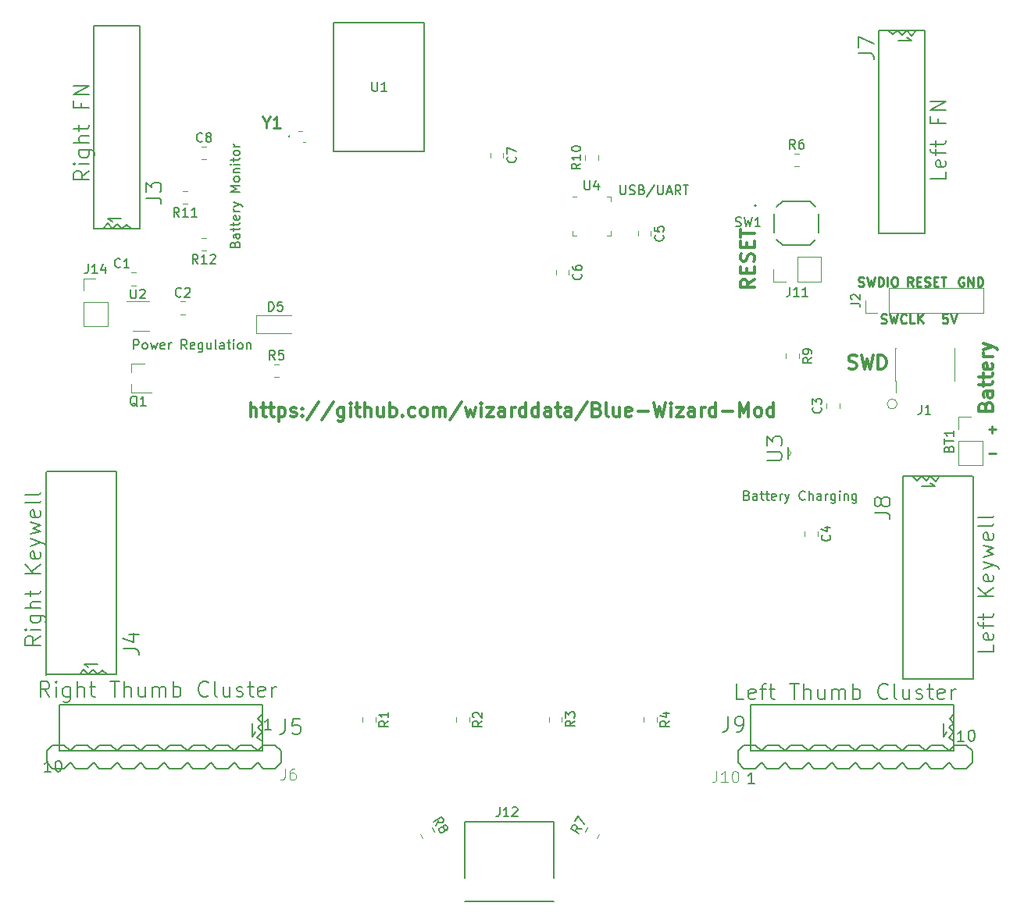
<source format=gbr>
G04 #@! TF.GenerationSoftware,KiCad,Pcbnew,(5.1.6)-1*
G04 #@! TF.CreationDate,2020-09-05T21:16:58-05:00*
G04 #@! TF.ProjectId,Blue_Wizard,426c7565-5f57-4697-9a61-72642e6b6963,rev?*
G04 #@! TF.SameCoordinates,Original*
G04 #@! TF.FileFunction,Legend,Top*
G04 #@! TF.FilePolarity,Positive*
%FSLAX46Y46*%
G04 Gerber Fmt 4.6, Leading zero omitted, Abs format (unit mm)*
G04 Created by KiCad (PCBNEW (5.1.6)-1) date 2020-09-05 21:16:58*
%MOMM*%
%LPD*%
G01*
G04 APERTURE LIST*
%ADD10C,0.300000*%
%ADD11C,0.150000*%
%ADD12C,0.250000*%
%ADD13C,0.120000*%
%ADD14C,0.127000*%
%ADD15C,0.200000*%
%ADD16C,0.203200*%
%ADD17C,0.152400*%
%ADD18C,0.100000*%
%ADD19C,0.135128*%
%ADD20C,0.120650*%
%ADD21C,0.254000*%
G04 APERTURE END LIST*
D10*
X122391857Y-83965171D02*
X122391857Y-82465171D01*
X123034714Y-83965171D02*
X123034714Y-83179457D01*
X122963285Y-83036600D01*
X122820428Y-82965171D01*
X122606142Y-82965171D01*
X122463285Y-83036600D01*
X122391857Y-83108028D01*
X123534714Y-82965171D02*
X124106142Y-82965171D01*
X123749000Y-82465171D02*
X123749000Y-83750885D01*
X123820428Y-83893742D01*
X123963285Y-83965171D01*
X124106142Y-83965171D01*
X124391857Y-82965171D02*
X124963285Y-82965171D01*
X124606142Y-82465171D02*
X124606142Y-83750885D01*
X124677571Y-83893742D01*
X124820428Y-83965171D01*
X124963285Y-83965171D01*
X125463285Y-82965171D02*
X125463285Y-84465171D01*
X125463285Y-83036600D02*
X125606142Y-82965171D01*
X125891857Y-82965171D01*
X126034714Y-83036600D01*
X126106142Y-83108028D01*
X126177571Y-83250885D01*
X126177571Y-83679457D01*
X126106142Y-83822314D01*
X126034714Y-83893742D01*
X125891857Y-83965171D01*
X125606142Y-83965171D01*
X125463285Y-83893742D01*
X126749000Y-83893742D02*
X126891857Y-83965171D01*
X127177571Y-83965171D01*
X127320428Y-83893742D01*
X127391857Y-83750885D01*
X127391857Y-83679457D01*
X127320428Y-83536600D01*
X127177571Y-83465171D01*
X126963285Y-83465171D01*
X126820428Y-83393742D01*
X126749000Y-83250885D01*
X126749000Y-83179457D01*
X126820428Y-83036600D01*
X126963285Y-82965171D01*
X127177571Y-82965171D01*
X127320428Y-83036600D01*
X128034714Y-83822314D02*
X128106142Y-83893742D01*
X128034714Y-83965171D01*
X127963285Y-83893742D01*
X128034714Y-83822314D01*
X128034714Y-83965171D01*
X128034714Y-83036600D02*
X128106142Y-83108028D01*
X128034714Y-83179457D01*
X127963285Y-83108028D01*
X128034714Y-83036600D01*
X128034714Y-83179457D01*
X129820428Y-82393742D02*
X128534714Y-84322314D01*
X131391857Y-82393742D02*
X130106142Y-84322314D01*
X132534714Y-82965171D02*
X132534714Y-84179457D01*
X132463285Y-84322314D01*
X132391857Y-84393742D01*
X132249000Y-84465171D01*
X132034714Y-84465171D01*
X131891857Y-84393742D01*
X132534714Y-83893742D02*
X132391857Y-83965171D01*
X132106142Y-83965171D01*
X131963285Y-83893742D01*
X131891857Y-83822314D01*
X131820428Y-83679457D01*
X131820428Y-83250885D01*
X131891857Y-83108028D01*
X131963285Y-83036600D01*
X132106142Y-82965171D01*
X132391857Y-82965171D01*
X132534714Y-83036600D01*
X133249000Y-83965171D02*
X133249000Y-82965171D01*
X133249000Y-82465171D02*
X133177571Y-82536600D01*
X133249000Y-82608028D01*
X133320428Y-82536600D01*
X133249000Y-82465171D01*
X133249000Y-82608028D01*
X133749000Y-82965171D02*
X134320428Y-82965171D01*
X133963285Y-82465171D02*
X133963285Y-83750885D01*
X134034714Y-83893742D01*
X134177571Y-83965171D01*
X134320428Y-83965171D01*
X134820428Y-83965171D02*
X134820428Y-82465171D01*
X135463285Y-83965171D02*
X135463285Y-83179457D01*
X135391857Y-83036600D01*
X135249000Y-82965171D01*
X135034714Y-82965171D01*
X134891857Y-83036600D01*
X134820428Y-83108028D01*
X136820428Y-82965171D02*
X136820428Y-83965171D01*
X136177571Y-82965171D02*
X136177571Y-83750885D01*
X136249000Y-83893742D01*
X136391857Y-83965171D01*
X136606142Y-83965171D01*
X136749000Y-83893742D01*
X136820428Y-83822314D01*
X137534714Y-83965171D02*
X137534714Y-82465171D01*
X137534714Y-83036600D02*
X137677571Y-82965171D01*
X137963285Y-82965171D01*
X138106142Y-83036600D01*
X138177571Y-83108028D01*
X138249000Y-83250885D01*
X138249000Y-83679457D01*
X138177571Y-83822314D01*
X138106142Y-83893742D01*
X137963285Y-83965171D01*
X137677571Y-83965171D01*
X137534714Y-83893742D01*
X138891857Y-83822314D02*
X138963285Y-83893742D01*
X138891857Y-83965171D01*
X138820428Y-83893742D01*
X138891857Y-83822314D01*
X138891857Y-83965171D01*
X140249000Y-83893742D02*
X140106142Y-83965171D01*
X139820428Y-83965171D01*
X139677571Y-83893742D01*
X139606142Y-83822314D01*
X139534714Y-83679457D01*
X139534714Y-83250885D01*
X139606142Y-83108028D01*
X139677571Y-83036600D01*
X139820428Y-82965171D01*
X140106142Y-82965171D01*
X140249000Y-83036600D01*
X141106142Y-83965171D02*
X140963285Y-83893742D01*
X140891857Y-83822314D01*
X140820428Y-83679457D01*
X140820428Y-83250885D01*
X140891857Y-83108028D01*
X140963285Y-83036600D01*
X141106142Y-82965171D01*
X141320428Y-82965171D01*
X141463285Y-83036600D01*
X141534714Y-83108028D01*
X141606142Y-83250885D01*
X141606142Y-83679457D01*
X141534714Y-83822314D01*
X141463285Y-83893742D01*
X141320428Y-83965171D01*
X141106142Y-83965171D01*
X142249000Y-83965171D02*
X142249000Y-82965171D01*
X142249000Y-83108028D02*
X142320428Y-83036600D01*
X142463285Y-82965171D01*
X142677571Y-82965171D01*
X142820428Y-83036600D01*
X142891857Y-83179457D01*
X142891857Y-83965171D01*
X142891857Y-83179457D02*
X142963285Y-83036600D01*
X143106142Y-82965171D01*
X143320428Y-82965171D01*
X143463285Y-83036600D01*
X143534714Y-83179457D01*
X143534714Y-83965171D01*
X145320428Y-82393742D02*
X144034714Y-84322314D01*
X145677571Y-82965171D02*
X145963285Y-83965171D01*
X146249000Y-83250885D01*
X146534714Y-83965171D01*
X146820428Y-82965171D01*
X147391857Y-83965171D02*
X147391857Y-82965171D01*
X147391857Y-82465171D02*
X147320428Y-82536600D01*
X147391857Y-82608028D01*
X147463285Y-82536600D01*
X147391857Y-82465171D01*
X147391857Y-82608028D01*
X147963285Y-82965171D02*
X148749000Y-82965171D01*
X147963285Y-83965171D01*
X148749000Y-83965171D01*
X149963285Y-83965171D02*
X149963285Y-83179457D01*
X149891857Y-83036600D01*
X149749000Y-82965171D01*
X149463285Y-82965171D01*
X149320428Y-83036600D01*
X149963285Y-83893742D02*
X149820428Y-83965171D01*
X149463285Y-83965171D01*
X149320428Y-83893742D01*
X149249000Y-83750885D01*
X149249000Y-83608028D01*
X149320428Y-83465171D01*
X149463285Y-83393742D01*
X149820428Y-83393742D01*
X149963285Y-83322314D01*
X150677571Y-83965171D02*
X150677571Y-82965171D01*
X150677571Y-83250885D02*
X150749000Y-83108028D01*
X150820428Y-83036600D01*
X150963285Y-82965171D01*
X151106142Y-82965171D01*
X152249000Y-83965171D02*
X152249000Y-82465171D01*
X152249000Y-83893742D02*
X152106142Y-83965171D01*
X151820428Y-83965171D01*
X151677571Y-83893742D01*
X151606142Y-83822314D01*
X151534714Y-83679457D01*
X151534714Y-83250885D01*
X151606142Y-83108028D01*
X151677571Y-83036600D01*
X151820428Y-82965171D01*
X152106142Y-82965171D01*
X152249000Y-83036600D01*
X153606142Y-83965171D02*
X153606142Y-82465171D01*
X153606142Y-83893742D02*
X153463285Y-83965171D01*
X153177571Y-83965171D01*
X153034714Y-83893742D01*
X152963285Y-83822314D01*
X152891857Y-83679457D01*
X152891857Y-83250885D01*
X152963285Y-83108028D01*
X153034714Y-83036600D01*
X153177571Y-82965171D01*
X153463285Y-82965171D01*
X153606142Y-83036600D01*
X154963285Y-83965171D02*
X154963285Y-83179457D01*
X154891857Y-83036600D01*
X154749000Y-82965171D01*
X154463285Y-82965171D01*
X154320428Y-83036600D01*
X154963285Y-83893742D02*
X154820428Y-83965171D01*
X154463285Y-83965171D01*
X154320428Y-83893742D01*
X154249000Y-83750885D01*
X154249000Y-83608028D01*
X154320428Y-83465171D01*
X154463285Y-83393742D01*
X154820428Y-83393742D01*
X154963285Y-83322314D01*
X155463285Y-82965171D02*
X156034714Y-82965171D01*
X155677571Y-82465171D02*
X155677571Y-83750885D01*
X155749000Y-83893742D01*
X155891857Y-83965171D01*
X156034714Y-83965171D01*
X157177571Y-83965171D02*
X157177571Y-83179457D01*
X157106142Y-83036600D01*
X156963285Y-82965171D01*
X156677571Y-82965171D01*
X156534714Y-83036600D01*
X157177571Y-83893742D02*
X157034714Y-83965171D01*
X156677571Y-83965171D01*
X156534714Y-83893742D01*
X156463285Y-83750885D01*
X156463285Y-83608028D01*
X156534714Y-83465171D01*
X156677571Y-83393742D01*
X157034714Y-83393742D01*
X157177571Y-83322314D01*
X158963285Y-82393742D02*
X157677571Y-84322314D01*
X159963285Y-83179457D02*
X160177571Y-83250885D01*
X160249000Y-83322314D01*
X160320428Y-83465171D01*
X160320428Y-83679457D01*
X160249000Y-83822314D01*
X160177571Y-83893742D01*
X160034714Y-83965171D01*
X159463285Y-83965171D01*
X159463285Y-82465171D01*
X159963285Y-82465171D01*
X160106142Y-82536600D01*
X160177571Y-82608028D01*
X160249000Y-82750885D01*
X160249000Y-82893742D01*
X160177571Y-83036600D01*
X160106142Y-83108028D01*
X159963285Y-83179457D01*
X159463285Y-83179457D01*
X161177571Y-83965171D02*
X161034714Y-83893742D01*
X160963285Y-83750885D01*
X160963285Y-82465171D01*
X162391857Y-82965171D02*
X162391857Y-83965171D01*
X161749000Y-82965171D02*
X161749000Y-83750885D01*
X161820428Y-83893742D01*
X161963285Y-83965171D01*
X162177571Y-83965171D01*
X162320428Y-83893742D01*
X162391857Y-83822314D01*
X163677571Y-83893742D02*
X163534714Y-83965171D01*
X163249000Y-83965171D01*
X163106142Y-83893742D01*
X163034714Y-83750885D01*
X163034714Y-83179457D01*
X163106142Y-83036600D01*
X163249000Y-82965171D01*
X163534714Y-82965171D01*
X163677571Y-83036600D01*
X163749000Y-83179457D01*
X163749000Y-83322314D01*
X163034714Y-83465171D01*
X164391857Y-83393742D02*
X165534714Y-83393742D01*
X166106142Y-82465171D02*
X166463285Y-83965171D01*
X166749000Y-82893742D01*
X167034714Y-83965171D01*
X167391857Y-82465171D01*
X167963285Y-83965171D02*
X167963285Y-82965171D01*
X167963285Y-82465171D02*
X167891857Y-82536600D01*
X167963285Y-82608028D01*
X168034714Y-82536600D01*
X167963285Y-82465171D01*
X167963285Y-82608028D01*
X168534714Y-82965171D02*
X169320428Y-82965171D01*
X168534714Y-83965171D01*
X169320428Y-83965171D01*
X170534714Y-83965171D02*
X170534714Y-83179457D01*
X170463285Y-83036600D01*
X170320428Y-82965171D01*
X170034714Y-82965171D01*
X169891857Y-83036600D01*
X170534714Y-83893742D02*
X170391857Y-83965171D01*
X170034714Y-83965171D01*
X169891857Y-83893742D01*
X169820428Y-83750885D01*
X169820428Y-83608028D01*
X169891857Y-83465171D01*
X170034714Y-83393742D01*
X170391857Y-83393742D01*
X170534714Y-83322314D01*
X171249000Y-83965171D02*
X171249000Y-82965171D01*
X171249000Y-83250885D02*
X171320428Y-83108028D01*
X171391857Y-83036600D01*
X171534714Y-82965171D01*
X171677571Y-82965171D01*
X172820428Y-83965171D02*
X172820428Y-82465171D01*
X172820428Y-83893742D02*
X172677571Y-83965171D01*
X172391857Y-83965171D01*
X172249000Y-83893742D01*
X172177571Y-83822314D01*
X172106142Y-83679457D01*
X172106142Y-83250885D01*
X172177571Y-83108028D01*
X172249000Y-83036600D01*
X172391857Y-82965171D01*
X172677571Y-82965171D01*
X172820428Y-83036600D01*
X173534714Y-83393742D02*
X174677571Y-83393742D01*
X175391857Y-83965171D02*
X175391857Y-82465171D01*
X175891857Y-83536600D01*
X176391857Y-82465171D01*
X176391857Y-83965171D01*
X177320428Y-83965171D02*
X177177571Y-83893742D01*
X177106142Y-83822314D01*
X177034714Y-83679457D01*
X177034714Y-83250885D01*
X177106142Y-83108028D01*
X177177571Y-83036600D01*
X177320428Y-82965171D01*
X177534714Y-82965171D01*
X177677571Y-83036600D01*
X177749000Y-83108028D01*
X177820428Y-83250885D01*
X177820428Y-83679457D01*
X177749000Y-83822314D01*
X177677571Y-83893742D01*
X177534714Y-83965171D01*
X177320428Y-83965171D01*
X179106142Y-83965171D02*
X179106142Y-82465171D01*
X179106142Y-83893742D02*
X178963285Y-83965171D01*
X178677571Y-83965171D01*
X178534714Y-83893742D01*
X178463285Y-83822314D01*
X178391857Y-83679457D01*
X178391857Y-83250885D01*
X178463285Y-83108028D01*
X178534714Y-83036600D01*
X178677571Y-82965171D01*
X178963285Y-82965171D01*
X179106142Y-83036600D01*
X202076857Y-82863142D02*
X202148285Y-82648857D01*
X202219714Y-82577428D01*
X202362571Y-82506000D01*
X202576857Y-82506000D01*
X202719714Y-82577428D01*
X202791142Y-82648857D01*
X202862571Y-82791714D01*
X202862571Y-83363142D01*
X201362571Y-83363142D01*
X201362571Y-82863142D01*
X201434000Y-82720285D01*
X201505428Y-82648857D01*
X201648285Y-82577428D01*
X201791142Y-82577428D01*
X201934000Y-82648857D01*
X202005428Y-82720285D01*
X202076857Y-82863142D01*
X202076857Y-83363142D01*
X202862571Y-81220285D02*
X202076857Y-81220285D01*
X201934000Y-81291714D01*
X201862571Y-81434571D01*
X201862571Y-81720285D01*
X201934000Y-81863142D01*
X202791142Y-81220285D02*
X202862571Y-81363142D01*
X202862571Y-81720285D01*
X202791142Y-81863142D01*
X202648285Y-81934571D01*
X202505428Y-81934571D01*
X202362571Y-81863142D01*
X202291142Y-81720285D01*
X202291142Y-81363142D01*
X202219714Y-81220285D01*
X201862571Y-80720285D02*
X201862571Y-80148857D01*
X201362571Y-80506000D02*
X202648285Y-80506000D01*
X202791142Y-80434571D01*
X202862571Y-80291714D01*
X202862571Y-80148857D01*
X201862571Y-79863142D02*
X201862571Y-79291714D01*
X201362571Y-79648857D02*
X202648285Y-79648857D01*
X202791142Y-79577428D01*
X202862571Y-79434571D01*
X202862571Y-79291714D01*
X202791142Y-78220285D02*
X202862571Y-78363142D01*
X202862571Y-78648857D01*
X202791142Y-78791714D01*
X202648285Y-78863142D01*
X202076857Y-78863142D01*
X201934000Y-78791714D01*
X201862571Y-78648857D01*
X201862571Y-78363142D01*
X201934000Y-78220285D01*
X202076857Y-78148857D01*
X202219714Y-78148857D01*
X202362571Y-78863142D01*
X202862571Y-77506000D02*
X201862571Y-77506000D01*
X202148285Y-77506000D02*
X202005428Y-77434571D01*
X201934000Y-77363142D01*
X201862571Y-77220285D01*
X201862571Y-77077428D01*
X201862571Y-76720285D02*
X202862571Y-76363142D01*
X201862571Y-76006000D02*
X202862571Y-76363142D01*
X203219714Y-76506000D01*
X203291142Y-76577428D01*
X203362571Y-76720285D01*
D11*
X162496952Y-58888380D02*
X162496952Y-59697904D01*
X162544571Y-59793142D01*
X162592190Y-59840761D01*
X162687428Y-59888380D01*
X162877904Y-59888380D01*
X162973142Y-59840761D01*
X163020761Y-59793142D01*
X163068380Y-59697904D01*
X163068380Y-58888380D01*
X163496952Y-59840761D02*
X163639809Y-59888380D01*
X163877904Y-59888380D01*
X163973142Y-59840761D01*
X164020761Y-59793142D01*
X164068380Y-59697904D01*
X164068380Y-59602666D01*
X164020761Y-59507428D01*
X163973142Y-59459809D01*
X163877904Y-59412190D01*
X163687428Y-59364571D01*
X163592190Y-59316952D01*
X163544571Y-59269333D01*
X163496952Y-59174095D01*
X163496952Y-59078857D01*
X163544571Y-58983619D01*
X163592190Y-58936000D01*
X163687428Y-58888380D01*
X163925523Y-58888380D01*
X164068380Y-58936000D01*
X164830285Y-59364571D02*
X164973142Y-59412190D01*
X165020761Y-59459809D01*
X165068380Y-59555047D01*
X165068380Y-59697904D01*
X165020761Y-59793142D01*
X164973142Y-59840761D01*
X164877904Y-59888380D01*
X164496952Y-59888380D01*
X164496952Y-58888380D01*
X164830285Y-58888380D01*
X164925523Y-58936000D01*
X164973142Y-58983619D01*
X165020761Y-59078857D01*
X165020761Y-59174095D01*
X164973142Y-59269333D01*
X164925523Y-59316952D01*
X164830285Y-59364571D01*
X164496952Y-59364571D01*
X166211238Y-58840761D02*
X165354095Y-60126476D01*
X166544571Y-58888380D02*
X166544571Y-59697904D01*
X166592190Y-59793142D01*
X166639809Y-59840761D01*
X166735047Y-59888380D01*
X166925523Y-59888380D01*
X167020761Y-59840761D01*
X167068380Y-59793142D01*
X167116000Y-59697904D01*
X167116000Y-58888380D01*
X167544571Y-59602666D02*
X168020761Y-59602666D01*
X167449333Y-59888380D02*
X167782666Y-58888380D01*
X168116000Y-59888380D01*
X169020761Y-59888380D02*
X168687428Y-59412190D01*
X168449333Y-59888380D02*
X168449333Y-58888380D01*
X168830285Y-58888380D01*
X168925523Y-58936000D01*
X168973142Y-58983619D01*
X169020761Y-59078857D01*
X169020761Y-59221714D01*
X168973142Y-59316952D01*
X168925523Y-59364571D01*
X168830285Y-59412190D01*
X168449333Y-59412190D01*
X169306476Y-58888380D02*
X169877904Y-58888380D01*
X169592190Y-59888380D02*
X169592190Y-58888380D01*
X176229095Y-92511571D02*
X176371952Y-92559190D01*
X176419571Y-92606809D01*
X176467190Y-92702047D01*
X176467190Y-92844904D01*
X176419571Y-92940142D01*
X176371952Y-92987761D01*
X176276714Y-93035380D01*
X175895761Y-93035380D01*
X175895761Y-92035380D01*
X176229095Y-92035380D01*
X176324333Y-92083000D01*
X176371952Y-92130619D01*
X176419571Y-92225857D01*
X176419571Y-92321095D01*
X176371952Y-92416333D01*
X176324333Y-92463952D01*
X176229095Y-92511571D01*
X175895761Y-92511571D01*
X177324333Y-93035380D02*
X177324333Y-92511571D01*
X177276714Y-92416333D01*
X177181476Y-92368714D01*
X176991000Y-92368714D01*
X176895761Y-92416333D01*
X177324333Y-92987761D02*
X177229095Y-93035380D01*
X176991000Y-93035380D01*
X176895761Y-92987761D01*
X176848142Y-92892523D01*
X176848142Y-92797285D01*
X176895761Y-92702047D01*
X176991000Y-92654428D01*
X177229095Y-92654428D01*
X177324333Y-92606809D01*
X177657666Y-92368714D02*
X178038619Y-92368714D01*
X177800523Y-92035380D02*
X177800523Y-92892523D01*
X177848142Y-92987761D01*
X177943380Y-93035380D01*
X178038619Y-93035380D01*
X178229095Y-92368714D02*
X178610047Y-92368714D01*
X178371952Y-92035380D02*
X178371952Y-92892523D01*
X178419571Y-92987761D01*
X178514809Y-93035380D01*
X178610047Y-93035380D01*
X179324333Y-92987761D02*
X179229095Y-93035380D01*
X179038619Y-93035380D01*
X178943380Y-92987761D01*
X178895761Y-92892523D01*
X178895761Y-92511571D01*
X178943380Y-92416333D01*
X179038619Y-92368714D01*
X179229095Y-92368714D01*
X179324333Y-92416333D01*
X179371952Y-92511571D01*
X179371952Y-92606809D01*
X178895761Y-92702047D01*
X179800523Y-93035380D02*
X179800523Y-92368714D01*
X179800523Y-92559190D02*
X179848142Y-92463952D01*
X179895761Y-92416333D01*
X179991000Y-92368714D01*
X180086238Y-92368714D01*
X180324333Y-92368714D02*
X180562428Y-93035380D01*
X180800523Y-92368714D02*
X180562428Y-93035380D01*
X180467190Y-93273476D01*
X180419571Y-93321095D01*
X180324333Y-93368714D01*
X182514809Y-92940142D02*
X182467190Y-92987761D01*
X182324333Y-93035380D01*
X182229095Y-93035380D01*
X182086238Y-92987761D01*
X181991000Y-92892523D01*
X181943380Y-92797285D01*
X181895761Y-92606809D01*
X181895761Y-92463952D01*
X181943380Y-92273476D01*
X181991000Y-92178238D01*
X182086238Y-92083000D01*
X182229095Y-92035380D01*
X182324333Y-92035380D01*
X182467190Y-92083000D01*
X182514809Y-92130619D01*
X182943380Y-93035380D02*
X182943380Y-92035380D01*
X183371952Y-93035380D02*
X183371952Y-92511571D01*
X183324333Y-92416333D01*
X183229095Y-92368714D01*
X183086238Y-92368714D01*
X182991000Y-92416333D01*
X182943380Y-92463952D01*
X184276714Y-93035380D02*
X184276714Y-92511571D01*
X184229095Y-92416333D01*
X184133857Y-92368714D01*
X183943380Y-92368714D01*
X183848142Y-92416333D01*
X184276714Y-92987761D02*
X184181476Y-93035380D01*
X183943380Y-93035380D01*
X183848142Y-92987761D01*
X183800523Y-92892523D01*
X183800523Y-92797285D01*
X183848142Y-92702047D01*
X183943380Y-92654428D01*
X184181476Y-92654428D01*
X184276714Y-92606809D01*
X184752904Y-93035380D02*
X184752904Y-92368714D01*
X184752904Y-92559190D02*
X184800523Y-92463952D01*
X184848142Y-92416333D01*
X184943380Y-92368714D01*
X185038619Y-92368714D01*
X185800523Y-92368714D02*
X185800523Y-93178238D01*
X185752904Y-93273476D01*
X185705285Y-93321095D01*
X185610047Y-93368714D01*
X185467190Y-93368714D01*
X185371952Y-93321095D01*
X185800523Y-92987761D02*
X185705285Y-93035380D01*
X185514809Y-93035380D01*
X185419571Y-92987761D01*
X185371952Y-92940142D01*
X185324333Y-92844904D01*
X185324333Y-92559190D01*
X185371952Y-92463952D01*
X185419571Y-92416333D01*
X185514809Y-92368714D01*
X185705285Y-92368714D01*
X185800523Y-92416333D01*
X186276714Y-93035380D02*
X186276714Y-92368714D01*
X186276714Y-92035380D02*
X186229095Y-92083000D01*
X186276714Y-92130619D01*
X186324333Y-92083000D01*
X186276714Y-92035380D01*
X186276714Y-92130619D01*
X186752904Y-92368714D02*
X186752904Y-93035380D01*
X186752904Y-92463952D02*
X186800523Y-92416333D01*
X186895761Y-92368714D01*
X187038619Y-92368714D01*
X187133857Y-92416333D01*
X187181476Y-92511571D01*
X187181476Y-93035380D01*
X188086238Y-92368714D02*
X188086238Y-93178238D01*
X188038619Y-93273476D01*
X187991000Y-93321095D01*
X187895761Y-93368714D01*
X187752904Y-93368714D01*
X187657666Y-93321095D01*
X188086238Y-92987761D02*
X187991000Y-93035380D01*
X187800523Y-93035380D01*
X187705285Y-92987761D01*
X187657666Y-92940142D01*
X187610047Y-92844904D01*
X187610047Y-92559190D01*
X187657666Y-92463952D01*
X187705285Y-92416333D01*
X187800523Y-92368714D01*
X187991000Y-92368714D01*
X188086238Y-92416333D01*
X109744666Y-76652380D02*
X109744666Y-75652380D01*
X110125619Y-75652380D01*
X110220857Y-75700000D01*
X110268476Y-75747619D01*
X110316095Y-75842857D01*
X110316095Y-75985714D01*
X110268476Y-76080952D01*
X110220857Y-76128571D01*
X110125619Y-76176190D01*
X109744666Y-76176190D01*
X110887523Y-76652380D02*
X110792285Y-76604761D01*
X110744666Y-76557142D01*
X110697047Y-76461904D01*
X110697047Y-76176190D01*
X110744666Y-76080952D01*
X110792285Y-76033333D01*
X110887523Y-75985714D01*
X111030380Y-75985714D01*
X111125619Y-76033333D01*
X111173238Y-76080952D01*
X111220857Y-76176190D01*
X111220857Y-76461904D01*
X111173238Y-76557142D01*
X111125619Y-76604761D01*
X111030380Y-76652380D01*
X110887523Y-76652380D01*
X111554190Y-75985714D02*
X111744666Y-76652380D01*
X111935142Y-76176190D01*
X112125619Y-76652380D01*
X112316095Y-75985714D01*
X113078000Y-76604761D02*
X112982761Y-76652380D01*
X112792285Y-76652380D01*
X112697047Y-76604761D01*
X112649428Y-76509523D01*
X112649428Y-76128571D01*
X112697047Y-76033333D01*
X112792285Y-75985714D01*
X112982761Y-75985714D01*
X113078000Y-76033333D01*
X113125619Y-76128571D01*
X113125619Y-76223809D01*
X112649428Y-76319047D01*
X113554190Y-76652380D02*
X113554190Y-75985714D01*
X113554190Y-76176190D02*
X113601809Y-76080952D01*
X113649428Y-76033333D01*
X113744666Y-75985714D01*
X113839904Y-75985714D01*
X115506571Y-76652380D02*
X115173238Y-76176190D01*
X114935142Y-76652380D02*
X114935142Y-75652380D01*
X115316095Y-75652380D01*
X115411333Y-75700000D01*
X115458952Y-75747619D01*
X115506571Y-75842857D01*
X115506571Y-75985714D01*
X115458952Y-76080952D01*
X115411333Y-76128571D01*
X115316095Y-76176190D01*
X114935142Y-76176190D01*
X116316095Y-76604761D02*
X116220857Y-76652380D01*
X116030380Y-76652380D01*
X115935142Y-76604761D01*
X115887523Y-76509523D01*
X115887523Y-76128571D01*
X115935142Y-76033333D01*
X116030380Y-75985714D01*
X116220857Y-75985714D01*
X116316095Y-76033333D01*
X116363714Y-76128571D01*
X116363714Y-76223809D01*
X115887523Y-76319047D01*
X117220857Y-75985714D02*
X117220857Y-76795238D01*
X117173238Y-76890476D01*
X117125619Y-76938095D01*
X117030380Y-76985714D01*
X116887523Y-76985714D01*
X116792285Y-76938095D01*
X117220857Y-76604761D02*
X117125619Y-76652380D01*
X116935142Y-76652380D01*
X116839904Y-76604761D01*
X116792285Y-76557142D01*
X116744666Y-76461904D01*
X116744666Y-76176190D01*
X116792285Y-76080952D01*
X116839904Y-76033333D01*
X116935142Y-75985714D01*
X117125619Y-75985714D01*
X117220857Y-76033333D01*
X118125619Y-75985714D02*
X118125619Y-76652380D01*
X117697047Y-75985714D02*
X117697047Y-76509523D01*
X117744666Y-76604761D01*
X117839904Y-76652380D01*
X117982761Y-76652380D01*
X118078000Y-76604761D01*
X118125619Y-76557142D01*
X118744666Y-76652380D02*
X118649428Y-76604761D01*
X118601809Y-76509523D01*
X118601809Y-75652380D01*
X119554190Y-76652380D02*
X119554190Y-76128571D01*
X119506571Y-76033333D01*
X119411333Y-75985714D01*
X119220857Y-75985714D01*
X119125619Y-76033333D01*
X119554190Y-76604761D02*
X119458952Y-76652380D01*
X119220857Y-76652380D01*
X119125619Y-76604761D01*
X119078000Y-76509523D01*
X119078000Y-76414285D01*
X119125619Y-76319047D01*
X119220857Y-76271428D01*
X119458952Y-76271428D01*
X119554190Y-76223809D01*
X119887523Y-75985714D02*
X120268476Y-75985714D01*
X120030380Y-75652380D02*
X120030380Y-76509523D01*
X120078000Y-76604761D01*
X120173238Y-76652380D01*
X120268476Y-76652380D01*
X120601809Y-76652380D02*
X120601809Y-75985714D01*
X120601809Y-75652380D02*
X120554190Y-75700000D01*
X120601809Y-75747619D01*
X120649428Y-75700000D01*
X120601809Y-75652380D01*
X120601809Y-75747619D01*
X121220857Y-76652380D02*
X121125619Y-76604761D01*
X121078000Y-76557142D01*
X121030380Y-76461904D01*
X121030380Y-76176190D01*
X121078000Y-76080952D01*
X121125619Y-76033333D01*
X121220857Y-75985714D01*
X121363714Y-75985714D01*
X121458952Y-76033333D01*
X121506571Y-76080952D01*
X121554190Y-76176190D01*
X121554190Y-76461904D01*
X121506571Y-76557142D01*
X121458952Y-76604761D01*
X121363714Y-76652380D01*
X121220857Y-76652380D01*
X121982761Y-75985714D02*
X121982761Y-76652380D01*
X121982761Y-76080952D02*
X122030380Y-76033333D01*
X122125619Y-75985714D01*
X122268476Y-75985714D01*
X122363714Y-76033333D01*
X122411333Y-76128571D01*
X122411333Y-76652380D01*
X120705571Y-65285285D02*
X120753190Y-65142428D01*
X120800809Y-65094809D01*
X120896047Y-65047190D01*
X121038904Y-65047190D01*
X121134142Y-65094809D01*
X121181761Y-65142428D01*
X121229380Y-65237666D01*
X121229380Y-65618619D01*
X120229380Y-65618619D01*
X120229380Y-65285285D01*
X120277000Y-65190047D01*
X120324619Y-65142428D01*
X120419857Y-65094809D01*
X120515095Y-65094809D01*
X120610333Y-65142428D01*
X120657952Y-65190047D01*
X120705571Y-65285285D01*
X120705571Y-65618619D01*
X121229380Y-64190047D02*
X120705571Y-64190047D01*
X120610333Y-64237666D01*
X120562714Y-64332904D01*
X120562714Y-64523380D01*
X120610333Y-64618619D01*
X121181761Y-64190047D02*
X121229380Y-64285285D01*
X121229380Y-64523380D01*
X121181761Y-64618619D01*
X121086523Y-64666238D01*
X120991285Y-64666238D01*
X120896047Y-64618619D01*
X120848428Y-64523380D01*
X120848428Y-64285285D01*
X120800809Y-64190047D01*
X120562714Y-63856714D02*
X120562714Y-63475761D01*
X120229380Y-63713857D02*
X121086523Y-63713857D01*
X121181761Y-63666238D01*
X121229380Y-63571000D01*
X121229380Y-63475761D01*
X120562714Y-63285285D02*
X120562714Y-62904333D01*
X120229380Y-63142428D02*
X121086523Y-63142428D01*
X121181761Y-63094809D01*
X121229380Y-62999571D01*
X121229380Y-62904333D01*
X121181761Y-62190047D02*
X121229380Y-62285285D01*
X121229380Y-62475761D01*
X121181761Y-62571000D01*
X121086523Y-62618619D01*
X120705571Y-62618619D01*
X120610333Y-62571000D01*
X120562714Y-62475761D01*
X120562714Y-62285285D01*
X120610333Y-62190047D01*
X120705571Y-62142428D01*
X120800809Y-62142428D01*
X120896047Y-62618619D01*
X121229380Y-61713857D02*
X120562714Y-61713857D01*
X120753190Y-61713857D02*
X120657952Y-61666238D01*
X120610333Y-61618619D01*
X120562714Y-61523380D01*
X120562714Y-61428142D01*
X120562714Y-61190047D02*
X121229380Y-60951952D01*
X120562714Y-60713857D02*
X121229380Y-60951952D01*
X121467476Y-61047190D01*
X121515095Y-61094809D01*
X121562714Y-61190047D01*
X121229380Y-59571000D02*
X120229380Y-59571000D01*
X120943666Y-59237666D01*
X120229380Y-58904333D01*
X121229380Y-58904333D01*
X121229380Y-58285285D02*
X121181761Y-58380523D01*
X121134142Y-58428142D01*
X121038904Y-58475761D01*
X120753190Y-58475761D01*
X120657952Y-58428142D01*
X120610333Y-58380523D01*
X120562714Y-58285285D01*
X120562714Y-58142428D01*
X120610333Y-58047190D01*
X120657952Y-57999571D01*
X120753190Y-57951952D01*
X121038904Y-57951952D01*
X121134142Y-57999571D01*
X121181761Y-58047190D01*
X121229380Y-58142428D01*
X121229380Y-58285285D01*
X120562714Y-57523380D02*
X121229380Y-57523380D01*
X120657952Y-57523380D02*
X120610333Y-57475761D01*
X120562714Y-57380523D01*
X120562714Y-57237666D01*
X120610333Y-57142428D01*
X120705571Y-57094809D01*
X121229380Y-57094809D01*
X121229380Y-56618619D02*
X120562714Y-56618619D01*
X120229380Y-56618619D02*
X120277000Y-56666238D01*
X120324619Y-56618619D01*
X120277000Y-56571000D01*
X120229380Y-56618619D01*
X120324619Y-56618619D01*
X120562714Y-56285285D02*
X120562714Y-55904333D01*
X120229380Y-56142428D02*
X121086523Y-56142428D01*
X121181761Y-56094809D01*
X121229380Y-55999571D01*
X121229380Y-55904333D01*
X121229380Y-55428142D02*
X121181761Y-55523380D01*
X121134142Y-55571000D01*
X121038904Y-55618619D01*
X120753190Y-55618619D01*
X120657952Y-55571000D01*
X120610333Y-55523380D01*
X120562714Y-55428142D01*
X120562714Y-55285285D01*
X120610333Y-55190047D01*
X120657952Y-55142428D01*
X120753190Y-55094809D01*
X121038904Y-55094809D01*
X121134142Y-55142428D01*
X121181761Y-55190047D01*
X121229380Y-55285285D01*
X121229380Y-55428142D01*
X121229380Y-54666238D02*
X120562714Y-54666238D01*
X120753190Y-54666238D02*
X120657952Y-54618619D01*
X120610333Y-54571000D01*
X120562714Y-54475761D01*
X120562714Y-54380523D01*
D10*
X177005371Y-69082171D02*
X176291085Y-69582171D01*
X177005371Y-69939314D02*
X175505371Y-69939314D01*
X175505371Y-69367885D01*
X175576800Y-69225028D01*
X175648228Y-69153600D01*
X175791085Y-69082171D01*
X176005371Y-69082171D01*
X176148228Y-69153600D01*
X176219657Y-69225028D01*
X176291085Y-69367885D01*
X176291085Y-69939314D01*
X176219657Y-68439314D02*
X176219657Y-67939314D01*
X177005371Y-67725028D02*
X177005371Y-68439314D01*
X175505371Y-68439314D01*
X175505371Y-67725028D01*
X176933942Y-67153600D02*
X177005371Y-66939314D01*
X177005371Y-66582171D01*
X176933942Y-66439314D01*
X176862514Y-66367885D01*
X176719657Y-66296457D01*
X176576800Y-66296457D01*
X176433942Y-66367885D01*
X176362514Y-66439314D01*
X176291085Y-66582171D01*
X176219657Y-66867885D01*
X176148228Y-67010742D01*
X176076800Y-67082171D01*
X175933942Y-67153600D01*
X175791085Y-67153600D01*
X175648228Y-67082171D01*
X175576800Y-67010742D01*
X175505371Y-66867885D01*
X175505371Y-66510742D01*
X175576800Y-66296457D01*
X176219657Y-65653600D02*
X176219657Y-65153600D01*
X177005371Y-64939314D02*
X177005371Y-65653600D01*
X175505371Y-65653600D01*
X175505371Y-64939314D01*
X175505371Y-64510742D02*
X175505371Y-63653600D01*
X177005371Y-64082171D02*
X175505371Y-64082171D01*
X187245085Y-78737542D02*
X187459371Y-78808971D01*
X187816514Y-78808971D01*
X187959371Y-78737542D01*
X188030800Y-78666114D01*
X188102228Y-78523257D01*
X188102228Y-78380400D01*
X188030800Y-78237542D01*
X187959371Y-78166114D01*
X187816514Y-78094685D01*
X187530800Y-78023257D01*
X187387942Y-77951828D01*
X187316514Y-77880400D01*
X187245085Y-77737542D01*
X187245085Y-77594685D01*
X187316514Y-77451828D01*
X187387942Y-77380400D01*
X187530800Y-77308971D01*
X187887942Y-77308971D01*
X188102228Y-77380400D01*
X188602228Y-77308971D02*
X188959371Y-78808971D01*
X189245085Y-77737542D01*
X189530800Y-78808971D01*
X189887942Y-77308971D01*
X190459371Y-78808971D02*
X190459371Y-77308971D01*
X190816514Y-77308971D01*
X191030800Y-77380400D01*
X191173657Y-77523257D01*
X191245085Y-77666114D01*
X191316514Y-77951828D01*
X191316514Y-78166114D01*
X191245085Y-78451828D01*
X191173657Y-78594685D01*
X191030800Y-78737542D01*
X190816514Y-78808971D01*
X190459371Y-78808971D01*
D12*
X202438047Y-87955428D02*
X203199952Y-87955428D01*
X202438047Y-85351928D02*
X203199952Y-85351928D01*
X202819000Y-85732880D02*
X202819000Y-84970976D01*
D13*
X192499315Y-82613500D02*
G75*
G03*
X192499315Y-82613500I-538815J0D01*
G01*
D12*
X199707595Y-68905500D02*
X199612357Y-68857880D01*
X199469500Y-68857880D01*
X199326642Y-68905500D01*
X199231404Y-69000738D01*
X199183785Y-69095976D01*
X199136166Y-69286452D01*
X199136166Y-69429309D01*
X199183785Y-69619785D01*
X199231404Y-69715023D01*
X199326642Y-69810261D01*
X199469500Y-69857880D01*
X199564738Y-69857880D01*
X199707595Y-69810261D01*
X199755214Y-69762642D01*
X199755214Y-69429309D01*
X199564738Y-69429309D01*
X200183785Y-69857880D02*
X200183785Y-68857880D01*
X200755214Y-69857880D01*
X200755214Y-68857880D01*
X201231404Y-69857880D02*
X201231404Y-68857880D01*
X201469500Y-68857880D01*
X201612357Y-68905500D01*
X201707595Y-69000738D01*
X201755214Y-69095976D01*
X201802833Y-69286452D01*
X201802833Y-69429309D01*
X201755214Y-69619785D01*
X201707595Y-69715023D01*
X201612357Y-69810261D01*
X201469500Y-69857880D01*
X201231404Y-69857880D01*
X197929523Y-72858380D02*
X197453333Y-72858380D01*
X197405714Y-73334571D01*
X197453333Y-73286952D01*
X197548571Y-73239333D01*
X197786666Y-73239333D01*
X197881904Y-73286952D01*
X197929523Y-73334571D01*
X197977142Y-73429809D01*
X197977142Y-73667904D01*
X197929523Y-73763142D01*
X197881904Y-73810761D01*
X197786666Y-73858380D01*
X197548571Y-73858380D01*
X197453333Y-73810761D01*
X197405714Y-73763142D01*
X198262857Y-72858380D02*
X198596190Y-73858380D01*
X198929523Y-72858380D01*
X194191119Y-69857880D02*
X193857785Y-69381690D01*
X193619690Y-69857880D02*
X193619690Y-68857880D01*
X194000642Y-68857880D01*
X194095880Y-68905500D01*
X194143500Y-68953119D01*
X194191119Y-69048357D01*
X194191119Y-69191214D01*
X194143500Y-69286452D01*
X194095880Y-69334071D01*
X194000642Y-69381690D01*
X193619690Y-69381690D01*
X194619690Y-69334071D02*
X194953023Y-69334071D01*
X195095880Y-69857880D02*
X194619690Y-69857880D01*
X194619690Y-68857880D01*
X195095880Y-68857880D01*
X195476833Y-69810261D02*
X195619690Y-69857880D01*
X195857785Y-69857880D01*
X195953023Y-69810261D01*
X196000642Y-69762642D01*
X196048261Y-69667404D01*
X196048261Y-69572166D01*
X196000642Y-69476928D01*
X195953023Y-69429309D01*
X195857785Y-69381690D01*
X195667309Y-69334071D01*
X195572071Y-69286452D01*
X195524452Y-69238833D01*
X195476833Y-69143595D01*
X195476833Y-69048357D01*
X195524452Y-68953119D01*
X195572071Y-68905500D01*
X195667309Y-68857880D01*
X195905404Y-68857880D01*
X196048261Y-68905500D01*
X196476833Y-69334071D02*
X196810166Y-69334071D01*
X196953023Y-69857880D02*
X196476833Y-69857880D01*
X196476833Y-68857880D01*
X196953023Y-68857880D01*
X197238738Y-68857880D02*
X197810166Y-68857880D01*
X197524452Y-69857880D02*
X197524452Y-68857880D01*
X190778095Y-73810761D02*
X190920952Y-73858380D01*
X191159047Y-73858380D01*
X191254285Y-73810761D01*
X191301904Y-73763142D01*
X191349523Y-73667904D01*
X191349523Y-73572666D01*
X191301904Y-73477428D01*
X191254285Y-73429809D01*
X191159047Y-73382190D01*
X190968571Y-73334571D01*
X190873333Y-73286952D01*
X190825714Y-73239333D01*
X190778095Y-73144095D01*
X190778095Y-73048857D01*
X190825714Y-72953619D01*
X190873333Y-72906000D01*
X190968571Y-72858380D01*
X191206666Y-72858380D01*
X191349523Y-72906000D01*
X191682857Y-72858380D02*
X191920952Y-73858380D01*
X192111428Y-73144095D01*
X192301904Y-73858380D01*
X192540000Y-72858380D01*
X193492380Y-73763142D02*
X193444761Y-73810761D01*
X193301904Y-73858380D01*
X193206666Y-73858380D01*
X193063809Y-73810761D01*
X192968571Y-73715523D01*
X192920952Y-73620285D01*
X192873333Y-73429809D01*
X192873333Y-73286952D01*
X192920952Y-73096476D01*
X192968571Y-73001238D01*
X193063809Y-72906000D01*
X193206666Y-72858380D01*
X193301904Y-72858380D01*
X193444761Y-72906000D01*
X193492380Y-72953619D01*
X194397142Y-73858380D02*
X193920952Y-73858380D01*
X193920952Y-72858380D01*
X194730476Y-73858380D02*
X194730476Y-72858380D01*
X195301904Y-73858380D02*
X194873333Y-73286952D01*
X195301904Y-72858380D02*
X194730476Y-73429809D01*
X188317452Y-69810261D02*
X188460309Y-69857880D01*
X188698404Y-69857880D01*
X188793642Y-69810261D01*
X188841261Y-69762642D01*
X188888880Y-69667404D01*
X188888880Y-69572166D01*
X188841261Y-69476928D01*
X188793642Y-69429309D01*
X188698404Y-69381690D01*
X188507928Y-69334071D01*
X188412690Y-69286452D01*
X188365071Y-69238833D01*
X188317452Y-69143595D01*
X188317452Y-69048357D01*
X188365071Y-68953119D01*
X188412690Y-68905500D01*
X188507928Y-68857880D01*
X188746023Y-68857880D01*
X188888880Y-68905500D01*
X189222214Y-68857880D02*
X189460309Y-69857880D01*
X189650785Y-69143595D01*
X189841261Y-69857880D01*
X190079357Y-68857880D01*
X190460309Y-69857880D02*
X190460309Y-68857880D01*
X190698404Y-68857880D01*
X190841261Y-68905500D01*
X190936500Y-69000738D01*
X190984119Y-69095976D01*
X191031738Y-69286452D01*
X191031738Y-69429309D01*
X190984119Y-69619785D01*
X190936500Y-69715023D01*
X190841261Y-69810261D01*
X190698404Y-69857880D01*
X190460309Y-69857880D01*
X191460309Y-69857880D02*
X191460309Y-68857880D01*
X192126976Y-68857880D02*
X192317452Y-68857880D01*
X192412690Y-68905500D01*
X192507928Y-69000738D01*
X192555547Y-69191214D01*
X192555547Y-69524547D01*
X192507928Y-69715023D01*
X192412690Y-69810261D01*
X192317452Y-69857880D01*
X192126976Y-69857880D01*
X192031738Y-69810261D01*
X191936500Y-69715023D01*
X191888880Y-69524547D01*
X191888880Y-69191214D01*
X191936500Y-69000738D01*
X192031738Y-68905500D01*
X192126976Y-68857880D01*
D13*
X104280000Y-68990000D02*
X105610000Y-68990000D01*
X104280000Y-70320000D02*
X104280000Y-68990000D01*
X104280000Y-71590000D02*
X106940000Y-71590000D01*
X106940000Y-71590000D02*
X106940000Y-74190000D01*
X104280000Y-71590000D02*
X104280000Y-74190000D01*
X104280000Y-74190000D02*
X106940000Y-74190000D01*
X114803422Y-71489500D02*
X115320578Y-71489500D01*
X114803422Y-72909500D02*
X115320578Y-72909500D01*
D14*
X183046500Y-60592000D02*
X180046500Y-60592000D01*
X180046500Y-60592000D02*
X179446500Y-61192000D01*
X183046500Y-60592000D02*
X183646500Y-61192000D01*
X179446500Y-64792000D02*
X180046500Y-65392000D01*
X180046500Y-65392000D02*
X183046500Y-65392000D01*
X183046500Y-65392000D02*
X183646500Y-64792000D01*
X179146500Y-61992000D02*
X179146500Y-63992000D01*
X183946500Y-61992000D02*
X183946500Y-63992000D01*
D15*
X177246500Y-61092000D02*
G75*
G03*
X177246500Y-61092000I-100000J0D01*
G01*
D14*
X131445000Y-41245000D02*
X131445000Y-55245000D01*
X141245000Y-41245000D02*
X131445000Y-41245000D01*
X141245000Y-55245000D02*
X141245000Y-41245000D01*
X131445000Y-55245000D02*
X141245000Y-55245000D01*
X194039999Y-43189001D02*
X192589999Y-43189001D01*
X193539999Y-42839001D02*
X194039999Y-43189001D01*
X194089999Y-42639001D02*
X194539999Y-42089001D01*
X193539999Y-42089001D02*
X194089999Y-42639001D01*
X193039999Y-42589001D02*
X193539999Y-42089001D01*
X192539999Y-42089001D02*
X193039999Y-42589001D01*
X192039999Y-42539001D02*
X192539999Y-42089001D01*
X191539999Y-42089001D02*
X192039999Y-42539001D01*
D16*
X191539999Y-42089001D02*
X190539999Y-42089001D01*
X192539999Y-42089001D02*
X191539999Y-42089001D01*
X193539999Y-42089001D02*
X192539999Y-42089001D01*
X194539999Y-42089001D02*
X193539999Y-42089001D01*
X195539999Y-42089001D02*
X194539999Y-42089001D01*
X195539999Y-64089001D02*
X195539999Y-42089001D01*
X190539999Y-64089001D02*
X195539999Y-64089001D01*
X190539999Y-42089001D02*
X190539999Y-64089001D01*
D13*
X123022000Y-72977500D02*
X123022000Y-74977500D01*
X123022000Y-74977500D02*
X126872000Y-74977500D01*
X123022000Y-72977500D02*
X126872000Y-72977500D01*
D14*
X155320000Y-127978000D02*
X155320000Y-134028000D01*
X145670000Y-127978000D02*
X145670000Y-134028000D01*
X155320000Y-136578000D02*
X145670000Y-136578000D01*
X145670000Y-127978000D02*
X155320000Y-127978000D01*
D13*
X179073500Y-69338500D02*
X179073500Y-68008500D01*
X180403500Y-69338500D02*
X179073500Y-69338500D01*
X181673500Y-69338500D02*
X181673500Y-66678500D01*
X181673500Y-66678500D02*
X184273500Y-66678500D01*
X181673500Y-69338500D02*
X184273500Y-69338500D01*
X184273500Y-69338500D02*
X184273500Y-66678500D01*
D16*
X107862000Y-111962000D02*
X107862000Y-89962000D01*
X107862000Y-89962000D02*
X100332800Y-89962000D01*
X100271200Y-90012800D02*
X100271200Y-112012800D01*
X100332800Y-111956200D02*
X103862000Y-111962000D01*
X103862000Y-111962000D02*
X104862000Y-111962000D01*
X104862000Y-111962000D02*
X105862000Y-111962000D01*
X105862000Y-111962000D02*
X106862000Y-111962000D01*
X106862000Y-111962000D02*
X107862000Y-111962000D01*
D14*
X106862000Y-111962000D02*
X106362000Y-111512000D01*
X106362000Y-111512000D02*
X105862000Y-111962000D01*
X105862000Y-111962000D02*
X105362000Y-111462000D01*
X105362000Y-111462000D02*
X104862000Y-111962000D01*
X104862000Y-111962000D02*
X104312000Y-111412000D01*
X104312000Y-111412000D02*
X103862000Y-111962000D01*
X104862000Y-111212000D02*
X104362000Y-110862000D01*
X104362000Y-110862000D02*
X105812000Y-110862000D01*
D16*
X110450000Y-63589001D02*
X110450000Y-41589001D01*
X110450000Y-41589001D02*
X105450000Y-41589001D01*
X105450000Y-41589001D02*
X105450000Y-63589001D01*
X105450000Y-63589001D02*
X106450000Y-63589001D01*
X106450000Y-63589001D02*
X107450000Y-63589001D01*
X107450000Y-63589001D02*
X108450000Y-63589001D01*
X108450000Y-63589001D02*
X109450000Y-63589001D01*
X109450000Y-63589001D02*
X110450000Y-63589001D01*
D14*
X109450000Y-63589001D02*
X108950000Y-63139001D01*
X108950000Y-63139001D02*
X108450000Y-63589001D01*
X108450000Y-63589001D02*
X107950000Y-63089001D01*
X107950000Y-63089001D02*
X107450000Y-63589001D01*
X107450000Y-63589001D02*
X106900000Y-63039001D01*
X106900000Y-63039001D02*
X106450000Y-63589001D01*
X107450000Y-62839001D02*
X106950000Y-62489001D01*
X106950000Y-62489001D02*
X108400000Y-62489001D01*
X197550000Y-118728000D02*
X197550000Y-117278000D01*
X197900000Y-118228000D02*
X197550000Y-118728000D01*
X198100000Y-118778000D02*
X198650000Y-119228000D01*
X198650000Y-118228000D02*
X198100000Y-118778000D01*
X198150000Y-117728000D02*
X198650000Y-118228000D01*
X198650000Y-117228000D02*
X198150000Y-117728000D01*
X198200000Y-116728000D02*
X198650000Y-117228000D01*
X198650000Y-116228000D02*
X198200000Y-116728000D01*
D16*
X198650000Y-116228000D02*
X198650000Y-115228000D01*
X198650000Y-117228000D02*
X198650000Y-116228000D01*
X198650000Y-118228000D02*
X198650000Y-117228000D01*
X198650000Y-119228000D02*
X198650000Y-118228000D01*
X198650000Y-120228000D02*
X198650000Y-119228000D01*
X176650000Y-120228000D02*
X198650000Y-120228000D01*
X176650000Y-115228000D02*
X176650000Y-120228000D01*
X198650000Y-115228000D02*
X176650000Y-115228000D01*
D13*
X199139500Y-89214000D02*
X201799500Y-89214000D01*
X199139500Y-86614000D02*
X199139500Y-89214000D01*
X201799500Y-86614000D02*
X201799500Y-89214000D01*
X199139500Y-86614000D02*
X201799500Y-86614000D01*
X199139500Y-85344000D02*
X199139500Y-84014000D01*
X199139500Y-84014000D02*
X200469500Y-84014000D01*
X198686500Y-76530500D02*
X198751500Y-76530500D01*
X198686500Y-80060500D02*
X198751500Y-80060500D01*
X192281500Y-76530500D02*
X192346500Y-76530500D01*
X192281500Y-80060500D02*
X192346500Y-80060500D01*
X192346500Y-81385500D02*
X192346500Y-80060500D01*
X198751500Y-80060500D02*
X198751500Y-76530500D01*
X192281500Y-80060500D02*
X192281500Y-76530500D01*
D16*
X123673000Y-115228000D02*
X101673000Y-115228000D01*
X101673000Y-115228000D02*
X101673000Y-120228000D01*
X101673000Y-120228000D02*
X123673000Y-120228000D01*
X123673000Y-120228000D02*
X123673000Y-119228000D01*
X123673000Y-119228000D02*
X123673000Y-118228000D01*
X123673000Y-118228000D02*
X123673000Y-117228000D01*
X123673000Y-117228000D02*
X123673000Y-116228000D01*
X123673000Y-116228000D02*
X123673000Y-115228000D01*
D14*
X123673000Y-116228000D02*
X123223000Y-116728000D01*
X123223000Y-116728000D02*
X123673000Y-117228000D01*
X123673000Y-117228000D02*
X123173000Y-117728000D01*
X123173000Y-117728000D02*
X123673000Y-118228000D01*
X123673000Y-118228000D02*
X123123000Y-118778000D01*
X123123000Y-118778000D02*
X123673000Y-119228000D01*
X122923000Y-118228000D02*
X122573000Y-118728000D01*
X122573000Y-118728000D02*
X122573000Y-117278000D01*
D17*
X125094999Y-122174000D02*
X123824999Y-122174000D01*
X123824999Y-122174000D02*
X123189999Y-121539000D01*
X123189999Y-120269000D02*
X123824999Y-119634000D01*
X123189999Y-121539000D02*
X122554999Y-122174000D01*
X122554999Y-122174000D02*
X121284999Y-122174000D01*
X121284999Y-122174000D02*
X120649999Y-121539000D01*
X120649999Y-120269000D02*
X121284999Y-119634000D01*
X121284999Y-119634000D02*
X122554999Y-119634000D01*
X122554999Y-119634000D02*
X123189999Y-120269000D01*
X125729999Y-121539000D02*
X125729999Y-120269000D01*
X125094999Y-122174000D02*
X125729999Y-121539000D01*
X125729999Y-120269000D02*
X125094999Y-119634000D01*
X123824999Y-119634000D02*
X125094999Y-119634000D01*
X120649999Y-121539000D02*
X120014999Y-122174000D01*
X120014999Y-122174000D02*
X118744999Y-122174000D01*
X118744999Y-122174000D02*
X118109999Y-121539000D01*
X118109999Y-120269000D02*
X118744999Y-119634000D01*
X118744999Y-119634000D02*
X120014999Y-119634000D01*
X120014999Y-119634000D02*
X120649999Y-120269000D01*
X117474999Y-122174000D02*
X116204999Y-122174000D01*
X116204999Y-122174000D02*
X115569999Y-121539000D01*
X115569999Y-120269000D02*
X116204999Y-119634000D01*
X117474999Y-122174000D02*
X118109999Y-121539000D01*
X118109999Y-120269000D02*
X117474999Y-119634000D01*
X116204999Y-119634000D02*
X117474999Y-119634000D01*
X114934999Y-122174000D02*
X113664999Y-122174000D01*
X113664999Y-122174000D02*
X113029999Y-121539000D01*
X113029999Y-120269000D02*
X113664999Y-119634000D01*
X113029999Y-121539000D02*
X112394999Y-122174000D01*
X112394999Y-122174000D02*
X111124999Y-122174000D01*
X111124999Y-122174000D02*
X110489999Y-121539000D01*
X110489999Y-120269000D02*
X111124999Y-119634000D01*
X111124999Y-119634000D02*
X112394999Y-119634000D01*
X112394999Y-119634000D02*
X113029999Y-120269000D01*
X114934999Y-122174000D02*
X115569999Y-121539000D01*
X115569999Y-120269000D02*
X114934999Y-119634000D01*
X113664999Y-119634000D02*
X114934999Y-119634000D01*
X110489999Y-121539000D02*
X109854999Y-122174000D01*
X109854999Y-122174000D02*
X108584999Y-122174000D01*
X108584999Y-122174000D02*
X107949999Y-121539000D01*
X107949999Y-120269000D02*
X108584999Y-119634000D01*
X108584999Y-119634000D02*
X109854999Y-119634000D01*
X109854999Y-119634000D02*
X110489999Y-120269000D01*
X107314999Y-122174000D02*
X106044999Y-122174000D01*
X106044999Y-122174000D02*
X105409999Y-121539000D01*
X105409999Y-120269000D02*
X106044999Y-119634000D01*
X107314999Y-122174000D02*
X107949999Y-121539000D01*
X107949999Y-120269000D02*
X107314999Y-119634000D01*
X106044999Y-119634000D02*
X107314999Y-119634000D01*
X104774999Y-122174000D02*
X103504999Y-122174000D01*
X103504999Y-122174000D02*
X102869999Y-121539000D01*
X102869999Y-120269000D02*
X103504999Y-119634000D01*
X102869999Y-121539000D02*
X102234999Y-122174000D01*
X102234999Y-122174000D02*
X100964999Y-122174000D01*
X100964999Y-122174000D02*
X100329999Y-121539000D01*
X100329999Y-120269000D02*
X100964999Y-119634000D01*
X100964999Y-119634000D02*
X102234999Y-119634000D01*
X102234999Y-119634000D02*
X102869999Y-120269000D01*
X104774999Y-122174000D02*
X105409999Y-121539000D01*
X105409999Y-120269000D02*
X104774999Y-119634000D01*
X103504999Y-119634000D02*
X104774999Y-119634000D01*
X100329999Y-121539000D02*
X100329999Y-120269000D01*
D14*
X196627999Y-91562001D02*
X195177999Y-91562001D01*
X196127999Y-91212001D02*
X196627999Y-91562001D01*
X196677999Y-91012001D02*
X197127999Y-90462001D01*
X196127999Y-90462001D02*
X196677999Y-91012001D01*
X195627999Y-90962001D02*
X196127999Y-90462001D01*
X195127999Y-90462001D02*
X195627999Y-90962001D01*
X194627999Y-90912001D02*
X195127999Y-90462001D01*
X194127999Y-90462001D02*
X194627999Y-90912001D01*
D16*
X194127999Y-90462001D02*
X193127999Y-90462001D01*
X195127999Y-90462001D02*
X194127999Y-90462001D01*
X196127999Y-90462001D02*
X195127999Y-90462001D01*
X197127999Y-90462001D02*
X196127999Y-90462001D01*
X200657199Y-90467801D02*
X197127999Y-90462001D01*
X200718799Y-112411201D02*
X200718799Y-90411201D01*
X193127999Y-112462001D02*
X200657199Y-112462001D01*
X193127999Y-90462001D02*
X193127999Y-112462001D01*
D17*
X200659999Y-120269000D02*
X200659999Y-121539000D01*
X197484999Y-122174000D02*
X196214999Y-122174000D01*
X195579999Y-121539000D02*
X196214999Y-122174000D01*
X196214999Y-119634000D02*
X195579999Y-120269000D01*
X198754999Y-122174000D02*
X198119999Y-121539000D01*
X200024999Y-122174000D02*
X198754999Y-122174000D01*
X200659999Y-121539000D02*
X200024999Y-122174000D01*
X200024999Y-119634000D02*
X200659999Y-120269000D01*
X198754999Y-119634000D02*
X200024999Y-119634000D01*
X198119999Y-120269000D02*
X198754999Y-119634000D01*
X198119999Y-121539000D02*
X197484999Y-122174000D01*
X197484999Y-119634000D02*
X198119999Y-120269000D01*
X196214999Y-119634000D02*
X197484999Y-119634000D01*
X194944999Y-122174000D02*
X193674999Y-122174000D01*
X193039999Y-121539000D02*
X193674999Y-122174000D01*
X193674999Y-119634000D02*
X193039999Y-120269000D01*
X195579999Y-121539000D02*
X194944999Y-122174000D01*
X194944999Y-119634000D02*
X195579999Y-120269000D01*
X193674999Y-119634000D02*
X194944999Y-119634000D01*
X191134999Y-122174000D02*
X190499999Y-121539000D01*
X192404999Y-122174000D02*
X191134999Y-122174000D01*
X193039999Y-121539000D02*
X192404999Y-122174000D01*
X192404999Y-119634000D02*
X193039999Y-120269000D01*
X191134999Y-119634000D02*
X192404999Y-119634000D01*
X190499999Y-120269000D02*
X191134999Y-119634000D01*
X187324999Y-122174000D02*
X186054999Y-122174000D01*
X185419999Y-121539000D02*
X186054999Y-122174000D01*
X186054999Y-119634000D02*
X185419999Y-120269000D01*
X188594999Y-122174000D02*
X187959999Y-121539000D01*
X189864999Y-122174000D02*
X188594999Y-122174000D01*
X190499999Y-121539000D02*
X189864999Y-122174000D01*
X189864999Y-119634000D02*
X190499999Y-120269000D01*
X188594999Y-119634000D02*
X189864999Y-119634000D01*
X187959999Y-120269000D02*
X188594999Y-119634000D01*
X187959999Y-121539000D02*
X187324999Y-122174000D01*
X187324999Y-119634000D02*
X187959999Y-120269000D01*
X186054999Y-119634000D02*
X187324999Y-119634000D01*
X184784999Y-122174000D02*
X183514999Y-122174000D01*
X182879999Y-121539000D02*
X183514999Y-122174000D01*
X183514999Y-119634000D02*
X182879999Y-120269000D01*
X185419999Y-121539000D02*
X184784999Y-122174000D01*
X184784999Y-119634000D02*
X185419999Y-120269000D01*
X183514999Y-119634000D02*
X184784999Y-119634000D01*
X180974999Y-122174000D02*
X180339999Y-121539000D01*
X182244999Y-122174000D02*
X180974999Y-122174000D01*
X182879999Y-121539000D02*
X182244999Y-122174000D01*
X182244999Y-119634000D02*
X182879999Y-120269000D01*
X180974999Y-119634000D02*
X182244999Y-119634000D01*
X180339999Y-120269000D02*
X180974999Y-119634000D01*
X177164999Y-122174000D02*
X175894999Y-122174000D01*
X175259999Y-121539000D02*
X175894999Y-122174000D01*
X175894999Y-119634000D02*
X175259999Y-120269000D01*
X175259999Y-120269000D02*
X175259999Y-121539000D01*
X178434999Y-122174000D02*
X177799999Y-121539000D01*
X179704999Y-122174000D02*
X178434999Y-122174000D01*
X180339999Y-121539000D02*
X179704999Y-122174000D01*
X179704999Y-119634000D02*
X180339999Y-120269000D01*
X178434999Y-119634000D02*
X179704999Y-119634000D01*
X177799999Y-120269000D02*
X178434999Y-119634000D01*
X177799999Y-121539000D02*
X177164999Y-122174000D01*
X177164999Y-119634000D02*
X177799999Y-120269000D01*
X175894999Y-119634000D02*
X177164999Y-119634000D01*
D13*
X109476000Y-78239500D02*
X110936000Y-78239500D01*
X109476000Y-81399500D02*
X111636000Y-81399500D01*
X109476000Y-81399500D02*
X109476000Y-80469500D01*
X109476000Y-78239500D02*
X109476000Y-79169500D01*
X189043000Y-72704000D02*
X189043000Y-71374000D01*
X190373000Y-72704000D02*
X189043000Y-72704000D01*
X191643000Y-72704000D02*
X191643000Y-70044000D01*
X191643000Y-70044000D02*
X201863000Y-70044000D01*
X191643000Y-72704000D02*
X201863000Y-72704000D01*
X201863000Y-72704000D02*
X201863000Y-70044000D01*
X109469422Y-69734500D02*
X109986578Y-69734500D01*
X109469422Y-68314500D02*
X109986578Y-68314500D01*
X186231600Y-83062578D02*
X186231600Y-82545422D01*
X184811600Y-83062578D02*
X184811600Y-82545422D01*
X183894800Y-96413822D02*
X183894800Y-96930978D01*
X182474800Y-96413822D02*
X182474800Y-96930978D01*
X135965000Y-116581422D02*
X135965000Y-117098578D01*
X134545000Y-116581422D02*
X134545000Y-117098578D01*
X144705000Y-116581422D02*
X144705000Y-117098578D01*
X146125000Y-116581422D02*
X146125000Y-117098578D01*
X166445000Y-116581422D02*
X166445000Y-117098578D01*
X165025000Y-116581422D02*
X165025000Y-117098578D01*
X154738000Y-116560422D02*
X154738000Y-117077578D01*
X156158000Y-116560422D02*
X156158000Y-117077578D01*
X124963422Y-79704000D02*
X125480578Y-79704000D01*
X124963422Y-78284000D02*
X125480578Y-78284000D01*
X181351422Y-55424000D02*
X181868578Y-55424000D01*
X181351422Y-56844000D02*
X181868578Y-56844000D01*
X159895989Y-129712535D02*
X160154567Y-129264665D01*
X158666233Y-129002535D02*
X158924811Y-128554665D01*
X142065189Y-128554665D02*
X142323767Y-129002535D01*
X140835433Y-129264665D02*
X141094011Y-129712535D01*
X180442800Y-77160622D02*
X180442800Y-77677778D01*
X181862800Y-77160622D02*
X181862800Y-77677778D01*
D17*
X180670200Y-87325200D02*
X180670200Y-87630000D01*
X180670200Y-87630000D02*
X180670200Y-88239600D01*
X180670200Y-88239600D02*
X180670200Y-88544400D01*
D18*
X180670200Y-87630000D02*
G75*
G02*
X180670200Y-88239600I0J-304800D01*
G01*
D13*
X165810000Y-63876422D02*
X165810000Y-64393578D01*
X164390000Y-63876422D02*
X164390000Y-64393578D01*
X155500000Y-68067422D02*
X155500000Y-68584578D01*
X156920000Y-68067422D02*
X156920000Y-68584578D01*
X148388000Y-55367422D02*
X148388000Y-55884578D01*
X149808000Y-55367422D02*
X149808000Y-55884578D01*
X117089422Y-54662000D02*
X117606578Y-54662000D01*
X117089422Y-56082000D02*
X117606578Y-56082000D01*
X160095000Y-56138578D02*
X160095000Y-55621422D01*
X158675000Y-56138578D02*
X158675000Y-55621422D01*
X115574578Y-59488000D02*
X115057422Y-59488000D01*
X115574578Y-60908000D02*
X115057422Y-60908000D01*
X117606578Y-65988000D02*
X117089422Y-65988000D01*
X117606578Y-64568000D02*
X117089422Y-64568000D01*
X157750000Y-60120000D02*
X157275000Y-60120000D01*
X161495000Y-64340000D02*
X161495000Y-63865000D01*
X161020000Y-64340000D02*
X161495000Y-64340000D01*
X157275000Y-64340000D02*
X157275000Y-63865000D01*
X157750000Y-64340000D02*
X157275000Y-64340000D01*
X161495000Y-60120000D02*
X161495000Y-60595000D01*
X161020000Y-60120000D02*
X161495000Y-60120000D01*
D15*
X126616000Y-53494000D02*
X126616000Y-53494000D01*
X126616000Y-53594000D02*
X126616000Y-53594000D01*
D18*
X128116000Y-54194000D02*
X128316000Y-54194000D01*
X127616000Y-52994000D02*
X128016000Y-52994000D01*
D15*
X126616000Y-53494000D02*
G75*
G02*
X126616000Y-53594000I0J-50000D01*
G01*
X126616000Y-53594000D02*
G75*
G02*
X126616000Y-53494000I0J50000D01*
G01*
D13*
X111415400Y-71491200D02*
X108965400Y-71491200D01*
X109615400Y-74711200D02*
X111415400Y-74711200D01*
D11*
X104800476Y-67442380D02*
X104800476Y-68156666D01*
X104752857Y-68299523D01*
X104657619Y-68394761D01*
X104514761Y-68442380D01*
X104419523Y-68442380D01*
X105800476Y-68442380D02*
X105229047Y-68442380D01*
X105514761Y-68442380D02*
X105514761Y-67442380D01*
X105419523Y-67585238D01*
X105324285Y-67680476D01*
X105229047Y-67728095D01*
X106657619Y-67775714D02*
X106657619Y-68442380D01*
X106419523Y-67394761D02*
X106181428Y-68109047D01*
X106800476Y-68109047D01*
X114895333Y-70906642D02*
X114847714Y-70954261D01*
X114704857Y-71001880D01*
X114609619Y-71001880D01*
X114466761Y-70954261D01*
X114371523Y-70859023D01*
X114323904Y-70763785D01*
X114276285Y-70573309D01*
X114276285Y-70430452D01*
X114323904Y-70239976D01*
X114371523Y-70144738D01*
X114466761Y-70049500D01*
X114609619Y-70001880D01*
X114704857Y-70001880D01*
X114847714Y-70049500D01*
X114895333Y-70097119D01*
X115276285Y-70097119D02*
X115323904Y-70049500D01*
X115419142Y-70001880D01*
X115657238Y-70001880D01*
X115752476Y-70049500D01*
X115800095Y-70097119D01*
X115847714Y-70192357D01*
X115847714Y-70287595D01*
X115800095Y-70430452D01*
X115228666Y-71001880D01*
X115847714Y-71001880D01*
X174993466Y-63295161D02*
X175136323Y-63342780D01*
X175374419Y-63342780D01*
X175469657Y-63295161D01*
X175517276Y-63247542D01*
X175564895Y-63152304D01*
X175564895Y-63057066D01*
X175517276Y-62961828D01*
X175469657Y-62914209D01*
X175374419Y-62866590D01*
X175183942Y-62818971D01*
X175088704Y-62771352D01*
X175041085Y-62723733D01*
X174993466Y-62628495D01*
X174993466Y-62533257D01*
X175041085Y-62438019D01*
X175088704Y-62390400D01*
X175183942Y-62342780D01*
X175422038Y-62342780D01*
X175564895Y-62390400D01*
X175898228Y-62342780D02*
X176136323Y-63342780D01*
X176326800Y-62628495D01*
X176517276Y-63342780D01*
X176755371Y-62342780D01*
X177660133Y-63342780D02*
X177088704Y-63342780D01*
X177374419Y-63342780D02*
X177374419Y-62342780D01*
X177279180Y-62485638D01*
X177183942Y-62580876D01*
X177088704Y-62628495D01*
X135593209Y-47678929D02*
X135593209Y-48490436D01*
X135640945Y-48585907D01*
X135688680Y-48633643D01*
X135784152Y-48681378D01*
X135975094Y-48681378D01*
X136070566Y-48633643D01*
X136118301Y-48585907D01*
X136166037Y-48490436D01*
X136166037Y-47678929D01*
X137168486Y-48681378D02*
X136595658Y-48681378D01*
X136882072Y-48681378D02*
X136882072Y-47678929D01*
X136786601Y-47822136D01*
X136691129Y-47917608D01*
X136595658Y-47965343D01*
D19*
X188336766Y-44567466D02*
X189543266Y-44567466D01*
X189784566Y-44647899D01*
X189945433Y-44808766D01*
X190025866Y-45050066D01*
X190025866Y-45210933D01*
X188336766Y-43923999D02*
X188336766Y-42797933D01*
X190025866Y-43521833D01*
X197798266Y-57407166D02*
X197798266Y-58211499D01*
X196109166Y-58211499D01*
X197717833Y-56200666D02*
X197798266Y-56361533D01*
X197798266Y-56683266D01*
X197717833Y-56844133D01*
X197556966Y-56924566D01*
X196913500Y-56924566D01*
X196752633Y-56844133D01*
X196672200Y-56683266D01*
X196672200Y-56361533D01*
X196752633Y-56200666D01*
X196913500Y-56120233D01*
X197074366Y-56120233D01*
X197235233Y-56924566D01*
X196672200Y-55637633D02*
X196672200Y-54994166D01*
X197798266Y-55396333D02*
X196350466Y-55396333D01*
X196189600Y-55315899D01*
X196109166Y-55155033D01*
X196109166Y-54994166D01*
X196672200Y-54672433D02*
X196672200Y-54028966D01*
X196109166Y-54431133D02*
X197556966Y-54431133D01*
X197717833Y-54350699D01*
X197798266Y-54189833D01*
X197798266Y-54028966D01*
X196913500Y-51615966D02*
X196913500Y-52178999D01*
X197798266Y-52178999D02*
X196109166Y-52178999D01*
X196109166Y-51374666D01*
X197798266Y-50731199D02*
X196109166Y-50731199D01*
X197798266Y-49765999D01*
X196109166Y-49765999D01*
D11*
X124356904Y-72524880D02*
X124356904Y-71524880D01*
X124595000Y-71524880D01*
X124737857Y-71572500D01*
X124833095Y-71667738D01*
X124880714Y-71762976D01*
X124928333Y-71953452D01*
X124928333Y-72096309D01*
X124880714Y-72286785D01*
X124833095Y-72382023D01*
X124737857Y-72477261D01*
X124595000Y-72524880D01*
X124356904Y-72524880D01*
X125833095Y-71524880D02*
X125356904Y-71524880D01*
X125309285Y-72001071D01*
X125356904Y-71953452D01*
X125452142Y-71905833D01*
X125690238Y-71905833D01*
X125785476Y-71953452D01*
X125833095Y-72001071D01*
X125880714Y-72096309D01*
X125880714Y-72334404D01*
X125833095Y-72429642D01*
X125785476Y-72477261D01*
X125690238Y-72524880D01*
X125452142Y-72524880D01*
X125356904Y-72477261D01*
X125309285Y-72429642D01*
X149406076Y-126350780D02*
X149406076Y-127065066D01*
X149358457Y-127207923D01*
X149263219Y-127303161D01*
X149120361Y-127350780D01*
X149025123Y-127350780D01*
X150406076Y-127350780D02*
X149834647Y-127350780D01*
X150120361Y-127350780D02*
X150120361Y-126350780D01*
X150025123Y-126493638D01*
X149929885Y-126588876D01*
X149834647Y-126636495D01*
X150787028Y-126446019D02*
X150834647Y-126398400D01*
X150929885Y-126350780D01*
X151167980Y-126350780D01*
X151263219Y-126398400D01*
X151310838Y-126446019D01*
X151358457Y-126541257D01*
X151358457Y-126636495D01*
X151310838Y-126779352D01*
X150739409Y-127350780D01*
X151358457Y-127350780D01*
X180863976Y-69937380D02*
X180863976Y-70651666D01*
X180816357Y-70794523D01*
X180721119Y-70889761D01*
X180578261Y-70937380D01*
X180483023Y-70937380D01*
X181863976Y-70937380D02*
X181292547Y-70937380D01*
X181578261Y-70937380D02*
X181578261Y-69937380D01*
X181483023Y-70080238D01*
X181387785Y-70175476D01*
X181292547Y-70223095D01*
X182816357Y-70937380D02*
X182244928Y-70937380D01*
X182530642Y-70937380D02*
X182530642Y-69937380D01*
X182435404Y-70080238D01*
X182340166Y-70175476D01*
X182244928Y-70223095D01*
D19*
X108634366Y-109180200D02*
X109840866Y-109180200D01*
X110082166Y-109260633D01*
X110243033Y-109421500D01*
X110323466Y-109662800D01*
X110323466Y-109823666D01*
X109197400Y-107651966D02*
X110323466Y-107651966D01*
X108553933Y-108054133D02*
X109760433Y-108456300D01*
X109760433Y-107410666D01*
X99652666Y-107828300D02*
X98848333Y-108391333D01*
X99652666Y-108793500D02*
X97963566Y-108793500D01*
X97963566Y-108150033D01*
X98044000Y-107989166D01*
X98124433Y-107908733D01*
X98285300Y-107828300D01*
X98526600Y-107828300D01*
X98687466Y-107908733D01*
X98767900Y-107989166D01*
X98848333Y-108150033D01*
X98848333Y-108793500D01*
X99652666Y-107104400D02*
X98526600Y-107104400D01*
X97963566Y-107104400D02*
X98044000Y-107184833D01*
X98124433Y-107104400D01*
X98044000Y-107023966D01*
X97963566Y-107104400D01*
X98124433Y-107104400D01*
X98526600Y-105576166D02*
X99893966Y-105576166D01*
X100054833Y-105656600D01*
X100135266Y-105737033D01*
X100215700Y-105897900D01*
X100215700Y-106139200D01*
X100135266Y-106300066D01*
X99572233Y-105576166D02*
X99652666Y-105737033D01*
X99652666Y-106058766D01*
X99572233Y-106219633D01*
X99491800Y-106300066D01*
X99330933Y-106380500D01*
X98848333Y-106380500D01*
X98687466Y-106300066D01*
X98607033Y-106219633D01*
X98526600Y-106058766D01*
X98526600Y-105737033D01*
X98607033Y-105576166D01*
X99652666Y-104771833D02*
X97963566Y-104771833D01*
X99652666Y-104047933D02*
X98767900Y-104047933D01*
X98607033Y-104128366D01*
X98526600Y-104289233D01*
X98526600Y-104530533D01*
X98607033Y-104691400D01*
X98687466Y-104771833D01*
X98526600Y-103484900D02*
X98526600Y-102841433D01*
X97963566Y-103243600D02*
X99411366Y-103243600D01*
X99572233Y-103163166D01*
X99652666Y-103002300D01*
X99652666Y-102841433D01*
X99652666Y-100991466D02*
X97963566Y-100991466D01*
X99652666Y-100026266D02*
X98687466Y-100750166D01*
X97963566Y-100026266D02*
X98928766Y-100991466D01*
X99572233Y-98658900D02*
X99652666Y-98819766D01*
X99652666Y-99141500D01*
X99572233Y-99302366D01*
X99411366Y-99382800D01*
X98767900Y-99382800D01*
X98607033Y-99302366D01*
X98526600Y-99141500D01*
X98526600Y-98819766D01*
X98607033Y-98658900D01*
X98767900Y-98578466D01*
X98928766Y-98578466D01*
X99089633Y-99382800D01*
X98526600Y-98015433D02*
X99652666Y-97613266D01*
X98526600Y-97211100D02*
X99652666Y-97613266D01*
X100054833Y-97774133D01*
X100135266Y-97854566D01*
X100215700Y-98015433D01*
X98526600Y-96728500D02*
X99652666Y-96406766D01*
X98848333Y-96085033D01*
X99652666Y-95763300D01*
X98526600Y-95441566D01*
X99572233Y-94154633D02*
X99652666Y-94315500D01*
X99652666Y-94637233D01*
X99572233Y-94798100D01*
X99411366Y-94878533D01*
X98767900Y-94878533D01*
X98607033Y-94798100D01*
X98526600Y-94637233D01*
X98526600Y-94315500D01*
X98607033Y-94154633D01*
X98767900Y-94074200D01*
X98928766Y-94074200D01*
X99089633Y-94878533D01*
X99652666Y-93109000D02*
X99572233Y-93269866D01*
X99411366Y-93350300D01*
X97963566Y-93350300D01*
X99652666Y-92224233D02*
X99572233Y-92385100D01*
X99411366Y-92465533D01*
X97963566Y-92465533D01*
X111044566Y-60248401D02*
X112251066Y-60248401D01*
X112492366Y-60328834D01*
X112653233Y-60489701D01*
X112733666Y-60731001D01*
X112733666Y-60891867D01*
X111044566Y-59604934D02*
X111044566Y-58559301D01*
X111688033Y-59122334D01*
X111688033Y-58881034D01*
X111768466Y-58720167D01*
X111848900Y-58639734D01*
X112009766Y-58559301D01*
X112411933Y-58559301D01*
X112572800Y-58639734D01*
X112653233Y-58720167D01*
X112733666Y-58881034D01*
X112733666Y-59363634D01*
X112653233Y-59524501D01*
X112572800Y-59604934D01*
X104935866Y-57320400D02*
X104131533Y-57883433D01*
X104935866Y-58285600D02*
X103246766Y-58285600D01*
X103246766Y-57642133D01*
X103327200Y-57481266D01*
X103407633Y-57400833D01*
X103568500Y-57320400D01*
X103809800Y-57320400D01*
X103970666Y-57400833D01*
X104051100Y-57481266D01*
X104131533Y-57642133D01*
X104131533Y-58285600D01*
X104935866Y-56596500D02*
X103809800Y-56596500D01*
X103246766Y-56596500D02*
X103327200Y-56676933D01*
X103407633Y-56596500D01*
X103327200Y-56516066D01*
X103246766Y-56596500D01*
X103407633Y-56596500D01*
X103809800Y-55068266D02*
X105177166Y-55068266D01*
X105338033Y-55148700D01*
X105418466Y-55229133D01*
X105498900Y-55390000D01*
X105498900Y-55631300D01*
X105418466Y-55792166D01*
X104855433Y-55068266D02*
X104935866Y-55229133D01*
X104935866Y-55550866D01*
X104855433Y-55711733D01*
X104775000Y-55792166D01*
X104614133Y-55872600D01*
X104131533Y-55872600D01*
X103970666Y-55792166D01*
X103890233Y-55711733D01*
X103809800Y-55550866D01*
X103809800Y-55229133D01*
X103890233Y-55068266D01*
X104935866Y-54263933D02*
X103246766Y-54263933D01*
X104935866Y-53540033D02*
X104051100Y-53540033D01*
X103890233Y-53620466D01*
X103809800Y-53781333D01*
X103809800Y-54022633D01*
X103890233Y-54183500D01*
X103970666Y-54263933D01*
X103809800Y-52977000D02*
X103809800Y-52333533D01*
X103246766Y-52735700D02*
X104694566Y-52735700D01*
X104855433Y-52655266D01*
X104935866Y-52494400D01*
X104935866Y-52333533D01*
X104051100Y-49920533D02*
X104051100Y-50483566D01*
X104935866Y-50483566D02*
X103246766Y-50483566D01*
X103246766Y-49679233D01*
X104935866Y-49035766D02*
X103246766Y-49035766D01*
X104935866Y-48070566D01*
X103246766Y-48070566D01*
X174177333Y-116505566D02*
X174177333Y-117712066D01*
X174096900Y-117953366D01*
X173936033Y-118114233D01*
X173694733Y-118194666D01*
X173533866Y-118194666D01*
X175062100Y-118194666D02*
X175383833Y-118194666D01*
X175544700Y-118114233D01*
X175625133Y-118033800D01*
X175786000Y-117792500D01*
X175866433Y-117470766D01*
X175866433Y-116827300D01*
X175786000Y-116666433D01*
X175705566Y-116586000D01*
X175544700Y-116505566D01*
X175222966Y-116505566D01*
X175062100Y-116586000D01*
X174981666Y-116666433D01*
X174901233Y-116827300D01*
X174901233Y-117229466D01*
X174981666Y-117390333D01*
X175062100Y-117470766D01*
X175222966Y-117551200D01*
X175544700Y-117551200D01*
X175705566Y-117470766D01*
X175786000Y-117390333D01*
X175866433Y-117229466D01*
X175883366Y-114638666D02*
X175079033Y-114638666D01*
X175079033Y-112949566D01*
X177089866Y-114558233D02*
X176929000Y-114638666D01*
X176607266Y-114638666D01*
X176446400Y-114558233D01*
X176365966Y-114397366D01*
X176365966Y-113753900D01*
X176446400Y-113593033D01*
X176607266Y-113512600D01*
X176929000Y-113512600D01*
X177089866Y-113593033D01*
X177170300Y-113753900D01*
X177170300Y-113914766D01*
X176365966Y-114075633D01*
X177652900Y-113512600D02*
X178296366Y-113512600D01*
X177894200Y-114638666D02*
X177894200Y-113190866D01*
X177974633Y-113030000D01*
X178135500Y-112949566D01*
X178296366Y-112949566D01*
X178618100Y-113512600D02*
X179261566Y-113512600D01*
X178859400Y-112949566D02*
X178859400Y-114397366D01*
X178939833Y-114558233D01*
X179100700Y-114638666D01*
X179261566Y-114638666D01*
X180870233Y-112949566D02*
X181835433Y-112949566D01*
X181352833Y-114638666D02*
X181352833Y-112949566D01*
X182398466Y-114638666D02*
X182398466Y-112949566D01*
X183122366Y-114638666D02*
X183122366Y-113753900D01*
X183041933Y-113593033D01*
X182881066Y-113512600D01*
X182639766Y-113512600D01*
X182478900Y-113593033D01*
X182398466Y-113673466D01*
X184650600Y-113512600D02*
X184650600Y-114638666D01*
X183926700Y-113512600D02*
X183926700Y-114397366D01*
X184007133Y-114558233D01*
X184168000Y-114638666D01*
X184409300Y-114638666D01*
X184570166Y-114558233D01*
X184650600Y-114477800D01*
X185454933Y-114638666D02*
X185454933Y-113512600D01*
X185454933Y-113673466D02*
X185535366Y-113593033D01*
X185696233Y-113512600D01*
X185937533Y-113512600D01*
X186098400Y-113593033D01*
X186178833Y-113753900D01*
X186178833Y-114638666D01*
X186178833Y-113753900D02*
X186259266Y-113593033D01*
X186420133Y-113512600D01*
X186661433Y-113512600D01*
X186822300Y-113593033D01*
X186902733Y-113753900D01*
X186902733Y-114638666D01*
X187707066Y-114638666D02*
X187707066Y-112949566D01*
X187707066Y-113593033D02*
X187867933Y-113512600D01*
X188189666Y-113512600D01*
X188350533Y-113593033D01*
X188430966Y-113673466D01*
X188511400Y-113834333D01*
X188511400Y-114316933D01*
X188430966Y-114477800D01*
X188350533Y-114558233D01*
X188189666Y-114638666D01*
X187867933Y-114638666D01*
X187707066Y-114558233D01*
X191487433Y-114477800D02*
X191407000Y-114558233D01*
X191165700Y-114638666D01*
X191004833Y-114638666D01*
X190763533Y-114558233D01*
X190602666Y-114397366D01*
X190522233Y-114236500D01*
X190441800Y-113914766D01*
X190441800Y-113673466D01*
X190522233Y-113351733D01*
X190602666Y-113190866D01*
X190763533Y-113030000D01*
X191004833Y-112949566D01*
X191165700Y-112949566D01*
X191407000Y-113030000D01*
X191487433Y-113110433D01*
X192452633Y-114638666D02*
X192291766Y-114558233D01*
X192211333Y-114397366D01*
X192211333Y-112949566D01*
X193820000Y-113512600D02*
X193820000Y-114638666D01*
X193096100Y-113512600D02*
X193096100Y-114397366D01*
X193176533Y-114558233D01*
X193337400Y-114638666D01*
X193578700Y-114638666D01*
X193739566Y-114558233D01*
X193820000Y-114477800D01*
X194543900Y-114558233D02*
X194704766Y-114638666D01*
X195026500Y-114638666D01*
X195187366Y-114558233D01*
X195267800Y-114397366D01*
X195267800Y-114316933D01*
X195187366Y-114156066D01*
X195026500Y-114075633D01*
X194785200Y-114075633D01*
X194624333Y-113995200D01*
X194543900Y-113834333D01*
X194543900Y-113753900D01*
X194624333Y-113593033D01*
X194785200Y-113512600D01*
X195026500Y-113512600D01*
X195187366Y-113593033D01*
X195750400Y-113512600D02*
X196393866Y-113512600D01*
X195991700Y-112949566D02*
X195991700Y-114397366D01*
X196072133Y-114558233D01*
X196233000Y-114638666D01*
X196393866Y-114638666D01*
X197600366Y-114558233D02*
X197439500Y-114638666D01*
X197117766Y-114638666D01*
X196956900Y-114558233D01*
X196876466Y-114397366D01*
X196876466Y-113753900D01*
X196956900Y-113593033D01*
X197117766Y-113512600D01*
X197439500Y-113512600D01*
X197600366Y-113593033D01*
X197680800Y-113753900D01*
X197680800Y-113914766D01*
X196876466Y-114075633D01*
X198404700Y-114638666D02*
X198404700Y-113512600D01*
X198404700Y-113834333D02*
X198485133Y-113673466D01*
X198565566Y-113593033D01*
X198726433Y-113512600D01*
X198887300Y-113512600D01*
D11*
X198112071Y-87463214D02*
X198159690Y-87320357D01*
X198207309Y-87272738D01*
X198302547Y-87225119D01*
X198445404Y-87225119D01*
X198540642Y-87272738D01*
X198588261Y-87320357D01*
X198635880Y-87415595D01*
X198635880Y-87796547D01*
X197635880Y-87796547D01*
X197635880Y-87463214D01*
X197683500Y-87367976D01*
X197731119Y-87320357D01*
X197826357Y-87272738D01*
X197921595Y-87272738D01*
X198016833Y-87320357D01*
X198064452Y-87367976D01*
X198112071Y-87463214D01*
X198112071Y-87796547D01*
X197635880Y-86939404D02*
X197635880Y-86367976D01*
X198635880Y-86653690D02*
X197635880Y-86653690D01*
X198635880Y-85510833D02*
X198635880Y-86082261D01*
X198635880Y-85796547D02*
X197635880Y-85796547D01*
X197778738Y-85891785D01*
X197873976Y-85987023D01*
X197921595Y-86082261D01*
X195119666Y-82700880D02*
X195119666Y-83415166D01*
X195072047Y-83558023D01*
X194976809Y-83653261D01*
X194833952Y-83700880D01*
X194738714Y-83700880D01*
X196119666Y-83700880D02*
X195548238Y-83700880D01*
X195833952Y-83700880D02*
X195833952Y-82700880D01*
X195738714Y-82843738D01*
X195643476Y-82938976D01*
X195548238Y-82986595D01*
D19*
X126171333Y-116759566D02*
X126171333Y-117966066D01*
X126090900Y-118207366D01*
X125930033Y-118368233D01*
X125688733Y-118448666D01*
X125527866Y-118448666D01*
X127780000Y-116759566D02*
X126975666Y-116759566D01*
X126895233Y-117563900D01*
X126975666Y-117483466D01*
X127136533Y-117403033D01*
X127538700Y-117403033D01*
X127699566Y-117483466D01*
X127780000Y-117563900D01*
X127860433Y-117724766D01*
X127860433Y-118126933D01*
X127780000Y-118287800D01*
X127699566Y-118368233D01*
X127538700Y-118448666D01*
X127136533Y-118448666D01*
X126975666Y-118368233D01*
X126895233Y-118287800D01*
X100614700Y-114384666D02*
X100051666Y-113580333D01*
X99649500Y-114384666D02*
X99649500Y-112695566D01*
X100292966Y-112695566D01*
X100453833Y-112776000D01*
X100534266Y-112856433D01*
X100614700Y-113017300D01*
X100614700Y-113258600D01*
X100534266Y-113419466D01*
X100453833Y-113499900D01*
X100292966Y-113580333D01*
X99649500Y-113580333D01*
X101338600Y-114384666D02*
X101338600Y-113258600D01*
X101338600Y-112695566D02*
X101258166Y-112776000D01*
X101338600Y-112856433D01*
X101419033Y-112776000D01*
X101338600Y-112695566D01*
X101338600Y-112856433D01*
X102866833Y-113258600D02*
X102866833Y-114625966D01*
X102786400Y-114786833D01*
X102705966Y-114867266D01*
X102545100Y-114947700D01*
X102303800Y-114947700D01*
X102142933Y-114867266D01*
X102866833Y-114304233D02*
X102705966Y-114384666D01*
X102384233Y-114384666D01*
X102223366Y-114304233D01*
X102142933Y-114223800D01*
X102062500Y-114062933D01*
X102062500Y-113580333D01*
X102142933Y-113419466D01*
X102223366Y-113339033D01*
X102384233Y-113258600D01*
X102705966Y-113258600D01*
X102866833Y-113339033D01*
X103671166Y-114384666D02*
X103671166Y-112695566D01*
X104395066Y-114384666D02*
X104395066Y-113499900D01*
X104314633Y-113339033D01*
X104153766Y-113258600D01*
X103912466Y-113258600D01*
X103751600Y-113339033D01*
X103671166Y-113419466D01*
X104958100Y-113258600D02*
X105601566Y-113258600D01*
X105199400Y-112695566D02*
X105199400Y-114143366D01*
X105279833Y-114304233D01*
X105440700Y-114384666D01*
X105601566Y-114384666D01*
X107210233Y-112695566D02*
X108175433Y-112695566D01*
X107692833Y-114384666D02*
X107692833Y-112695566D01*
X108738466Y-114384666D02*
X108738466Y-112695566D01*
X109462366Y-114384666D02*
X109462366Y-113499900D01*
X109381933Y-113339033D01*
X109221066Y-113258600D01*
X108979766Y-113258600D01*
X108818900Y-113339033D01*
X108738466Y-113419466D01*
X110990600Y-113258600D02*
X110990600Y-114384666D01*
X110266700Y-113258600D02*
X110266700Y-114143366D01*
X110347133Y-114304233D01*
X110508000Y-114384666D01*
X110749300Y-114384666D01*
X110910166Y-114304233D01*
X110990600Y-114223800D01*
X111794933Y-114384666D02*
X111794933Y-113258600D01*
X111794933Y-113419466D02*
X111875366Y-113339033D01*
X112036233Y-113258600D01*
X112277533Y-113258600D01*
X112438400Y-113339033D01*
X112518833Y-113499900D01*
X112518833Y-114384666D01*
X112518833Y-113499900D02*
X112599266Y-113339033D01*
X112760133Y-113258600D01*
X113001433Y-113258600D01*
X113162300Y-113339033D01*
X113242733Y-113499900D01*
X113242733Y-114384666D01*
X114047066Y-114384666D02*
X114047066Y-112695566D01*
X114047066Y-113339033D02*
X114207933Y-113258600D01*
X114529666Y-113258600D01*
X114690533Y-113339033D01*
X114770966Y-113419466D01*
X114851400Y-113580333D01*
X114851400Y-114062933D01*
X114770966Y-114223800D01*
X114690533Y-114304233D01*
X114529666Y-114384666D01*
X114207933Y-114384666D01*
X114047066Y-114304233D01*
X117827433Y-114223800D02*
X117747000Y-114304233D01*
X117505700Y-114384666D01*
X117344833Y-114384666D01*
X117103533Y-114304233D01*
X116942666Y-114143366D01*
X116862233Y-113982500D01*
X116781800Y-113660766D01*
X116781800Y-113419466D01*
X116862233Y-113097733D01*
X116942666Y-112936866D01*
X117103533Y-112776000D01*
X117344833Y-112695566D01*
X117505700Y-112695566D01*
X117747000Y-112776000D01*
X117827433Y-112856433D01*
X118792633Y-114384666D02*
X118631766Y-114304233D01*
X118551333Y-114143366D01*
X118551333Y-112695566D01*
X120160000Y-113258600D02*
X120160000Y-114384666D01*
X119436100Y-113258600D02*
X119436100Y-114143366D01*
X119516533Y-114304233D01*
X119677400Y-114384666D01*
X119918700Y-114384666D01*
X120079566Y-114304233D01*
X120160000Y-114223800D01*
X120883900Y-114304233D02*
X121044766Y-114384666D01*
X121366500Y-114384666D01*
X121527366Y-114304233D01*
X121607800Y-114143366D01*
X121607800Y-114062933D01*
X121527366Y-113902066D01*
X121366500Y-113821633D01*
X121125200Y-113821633D01*
X120964333Y-113741200D01*
X120883900Y-113580333D01*
X120883900Y-113499900D01*
X120964333Y-113339033D01*
X121125200Y-113258600D01*
X121366500Y-113258600D01*
X121527366Y-113339033D01*
X122090400Y-113258600D02*
X122733866Y-113258600D01*
X122331700Y-112695566D02*
X122331700Y-114143366D01*
X122412133Y-114304233D01*
X122573000Y-114384666D01*
X122733866Y-114384666D01*
X123940366Y-114304233D02*
X123779500Y-114384666D01*
X123457766Y-114384666D01*
X123296900Y-114304233D01*
X123216466Y-114143366D01*
X123216466Y-113499900D01*
X123296900Y-113339033D01*
X123457766Y-113258600D01*
X123779500Y-113258600D01*
X123940366Y-113339033D01*
X124020800Y-113499900D01*
X124020800Y-113660766D01*
X123216466Y-113821633D01*
X124744700Y-114384666D02*
X124744700Y-113258600D01*
X124744700Y-113580333D02*
X124825133Y-113419466D01*
X124905566Y-113339033D01*
X125066433Y-113258600D01*
X125227300Y-113258600D01*
D20*
X126120267Y-122180047D02*
X126120267Y-123041833D01*
X126062815Y-123214190D01*
X125947910Y-123329095D01*
X125775553Y-123386547D01*
X125660648Y-123386547D01*
X127211863Y-122180047D02*
X126982053Y-122180047D01*
X126867148Y-122237500D01*
X126809696Y-122294952D01*
X126694791Y-122467309D01*
X126637339Y-122697119D01*
X126637339Y-123156738D01*
X126694791Y-123271642D01*
X126752244Y-123329095D01*
X126867148Y-123386547D01*
X127096958Y-123386547D01*
X127211863Y-123329095D01*
X127269315Y-123271642D01*
X127326767Y-123156738D01*
X127326767Y-122869476D01*
X127269315Y-122754571D01*
X127211863Y-122697119D01*
X127096958Y-122639666D01*
X126867148Y-122639666D01*
X126752244Y-122697119D01*
X126694791Y-122754571D01*
X126637339Y-122869476D01*
D14*
X100773591Y-122497547D02*
X100084163Y-122497547D01*
X100428877Y-122497547D02*
X100428877Y-121291047D01*
X100313972Y-121463404D01*
X100199068Y-121578309D01*
X100084163Y-121635761D01*
X101520472Y-121291047D02*
X101635377Y-121291047D01*
X101750282Y-121348500D01*
X101807734Y-121405952D01*
X101865187Y-121520857D01*
X101922639Y-121750666D01*
X101922639Y-122037928D01*
X101865187Y-122267738D01*
X101807734Y-122382642D01*
X101750282Y-122440095D01*
X101635377Y-122497547D01*
X101520472Y-122497547D01*
X101405568Y-122440095D01*
X101348115Y-122382642D01*
X101290663Y-122267738D01*
X101233210Y-122037928D01*
X101233210Y-121750666D01*
X101290663Y-121520857D01*
X101348115Y-121405952D01*
X101405568Y-121348500D01*
X101520472Y-121291047D01*
X124655639Y-117925547D02*
X123966210Y-117925547D01*
X124310925Y-117925547D02*
X124310925Y-116719047D01*
X124196020Y-116891404D01*
X124081115Y-117006309D01*
X123966210Y-117063761D01*
D19*
X190038566Y-94427666D02*
X191245066Y-94427666D01*
X191486366Y-94508099D01*
X191647233Y-94668966D01*
X191727666Y-94910266D01*
X191727666Y-95071133D01*
X190762466Y-93382033D02*
X190682033Y-93542899D01*
X190601600Y-93623333D01*
X190440733Y-93703766D01*
X190360300Y-93703766D01*
X190199433Y-93623333D01*
X190119000Y-93542899D01*
X190038566Y-93382033D01*
X190038566Y-93060299D01*
X190119000Y-92899433D01*
X190199433Y-92818999D01*
X190360300Y-92738566D01*
X190440733Y-92738566D01*
X190601600Y-92818999D01*
X190682033Y-92899433D01*
X190762466Y-93060299D01*
X190762466Y-93382033D01*
X190842900Y-93542899D01*
X190923333Y-93623333D01*
X191084200Y-93703766D01*
X191405933Y-93703766D01*
X191566800Y-93623333D01*
X191647233Y-93542899D01*
X191727666Y-93382033D01*
X191727666Y-93060299D01*
X191647233Y-92899433D01*
X191566800Y-92818999D01*
X191405933Y-92738566D01*
X191084200Y-92738566D01*
X190923333Y-92818999D01*
X190842900Y-92899433D01*
X190762466Y-93060299D01*
X202979866Y-108710933D02*
X202979866Y-109515266D01*
X201290766Y-109515266D01*
X202899433Y-107504433D02*
X202979866Y-107665299D01*
X202979866Y-107987033D01*
X202899433Y-108147899D01*
X202738566Y-108228333D01*
X202095100Y-108228333D01*
X201934233Y-108147899D01*
X201853800Y-107987033D01*
X201853800Y-107665299D01*
X201934233Y-107504433D01*
X202095100Y-107423999D01*
X202255966Y-107423999D01*
X202416833Y-108228333D01*
X201853800Y-106941399D02*
X201853800Y-106297933D01*
X202979866Y-106700099D02*
X201532066Y-106700099D01*
X201371200Y-106619666D01*
X201290766Y-106458799D01*
X201290766Y-106297933D01*
X201853800Y-105976199D02*
X201853800Y-105332733D01*
X201290766Y-105734899D02*
X202738566Y-105734899D01*
X202899433Y-105654466D01*
X202979866Y-105493599D01*
X202979866Y-105332733D01*
X202979866Y-103482766D02*
X201290766Y-103482766D01*
X202979866Y-102517566D02*
X202014666Y-103241466D01*
X201290766Y-102517566D02*
X202255966Y-103482766D01*
X202899433Y-101150199D02*
X202979866Y-101311066D01*
X202979866Y-101632799D01*
X202899433Y-101793666D01*
X202738566Y-101874099D01*
X202095100Y-101874099D01*
X201934233Y-101793666D01*
X201853800Y-101632799D01*
X201853800Y-101311066D01*
X201934233Y-101150199D01*
X202095100Y-101069766D01*
X202255966Y-101069766D01*
X202416833Y-101874099D01*
X201853800Y-100506733D02*
X202979866Y-100104566D01*
X201853800Y-99702399D02*
X202979866Y-100104566D01*
X203382033Y-100265433D01*
X203462466Y-100345866D01*
X203542900Y-100506733D01*
X201853800Y-99219799D02*
X202979866Y-98898066D01*
X202175533Y-98576333D01*
X202979866Y-98254599D01*
X201853800Y-97932866D01*
X202899433Y-96645933D02*
X202979866Y-96806799D01*
X202979866Y-97128533D01*
X202899433Y-97289399D01*
X202738566Y-97369833D01*
X202095100Y-97369833D01*
X201934233Y-97289399D01*
X201853800Y-97128533D01*
X201853800Y-96806799D01*
X201934233Y-96645933D01*
X202095100Y-96565499D01*
X202255966Y-96565499D01*
X202416833Y-97369833D01*
X202979866Y-95600299D02*
X202899433Y-95761166D01*
X202738566Y-95841599D01*
X201290766Y-95841599D01*
X202979866Y-94715533D02*
X202899433Y-94876399D01*
X202738566Y-94956833D01*
X201290766Y-94956833D01*
D20*
X172922398Y-122434047D02*
X172922398Y-123295833D01*
X172864946Y-123468190D01*
X172750041Y-123583095D01*
X172577684Y-123640547D01*
X172462779Y-123640547D01*
X174128898Y-123640547D02*
X173439470Y-123640547D01*
X173784184Y-123640547D02*
X173784184Y-122434047D01*
X173669279Y-122606404D01*
X173554374Y-122721309D01*
X173439470Y-122778761D01*
X174875779Y-122434047D02*
X174990684Y-122434047D01*
X175105589Y-122491500D01*
X175163041Y-122548952D01*
X175220493Y-122663857D01*
X175277946Y-122893666D01*
X175277946Y-123180928D01*
X175220493Y-123410738D01*
X175163041Y-123525642D01*
X175105589Y-123583095D01*
X174990684Y-123640547D01*
X174875779Y-123640547D01*
X174760874Y-123583095D01*
X174703422Y-123525642D01*
X174645970Y-123410738D01*
X174588517Y-123180928D01*
X174588517Y-122893666D01*
X174645970Y-122663857D01*
X174703422Y-122548952D01*
X174760874Y-122491500D01*
X174875779Y-122434047D01*
D14*
X177023787Y-123767547D02*
X176334358Y-123767547D01*
X176679072Y-123767547D02*
X176679072Y-122561047D01*
X176564168Y-122733404D01*
X176449263Y-122848309D01*
X176334358Y-122905761D01*
X199756787Y-119195547D02*
X199067358Y-119195547D01*
X199412072Y-119195547D02*
X199412072Y-117989047D01*
X199297168Y-118161404D01*
X199182263Y-118276309D01*
X199067358Y-118333761D01*
X200503668Y-117989047D02*
X200618572Y-117989047D01*
X200733477Y-118046500D01*
X200790929Y-118103952D01*
X200848382Y-118218857D01*
X200905834Y-118448666D01*
X200905834Y-118735928D01*
X200848382Y-118965738D01*
X200790929Y-119080642D01*
X200733477Y-119138095D01*
X200618572Y-119195547D01*
X200503668Y-119195547D01*
X200388763Y-119138095D01*
X200331310Y-119080642D01*
X200273858Y-118965738D01*
X200216406Y-118735928D01*
X200216406Y-118448666D01*
X200273858Y-118218857D01*
X200331310Y-118103952D01*
X200388763Y-118046500D01*
X200503668Y-117989047D01*
D11*
X110140761Y-82867119D02*
X110045523Y-82819500D01*
X109950285Y-82724261D01*
X109807428Y-82581404D01*
X109712190Y-82533785D01*
X109616952Y-82533785D01*
X109664571Y-82771880D02*
X109569333Y-82724261D01*
X109474095Y-82629023D01*
X109426476Y-82438547D01*
X109426476Y-82105214D01*
X109474095Y-81914738D01*
X109569333Y-81819500D01*
X109664571Y-81771880D01*
X109855047Y-81771880D01*
X109950285Y-81819500D01*
X110045523Y-81914738D01*
X110093142Y-82105214D01*
X110093142Y-82438547D01*
X110045523Y-82629023D01*
X109950285Y-82724261D01*
X109855047Y-82771880D01*
X109664571Y-82771880D01*
X111045523Y-82771880D02*
X110474095Y-82771880D01*
X110759809Y-82771880D02*
X110759809Y-81771880D01*
X110664571Y-81914738D01*
X110569333Y-82009976D01*
X110474095Y-82057595D01*
X187495380Y-71707333D02*
X188209666Y-71707333D01*
X188352523Y-71754952D01*
X188447761Y-71850190D01*
X188495380Y-71993047D01*
X188495380Y-72088285D01*
X187590619Y-71278761D02*
X187543000Y-71231142D01*
X187495380Y-71135904D01*
X187495380Y-70897809D01*
X187543000Y-70802571D01*
X187590619Y-70754952D01*
X187685857Y-70707333D01*
X187781095Y-70707333D01*
X187923952Y-70754952D01*
X188495380Y-71326380D01*
X188495380Y-70707333D01*
X108291333Y-67731642D02*
X108243714Y-67779261D01*
X108100857Y-67826880D01*
X108005619Y-67826880D01*
X107862761Y-67779261D01*
X107767523Y-67684023D01*
X107719904Y-67588785D01*
X107672285Y-67398309D01*
X107672285Y-67255452D01*
X107719904Y-67064976D01*
X107767523Y-66969738D01*
X107862761Y-66874500D01*
X108005619Y-66826880D01*
X108100857Y-66826880D01*
X108243714Y-66874500D01*
X108291333Y-66922119D01*
X109243714Y-67826880D02*
X108672285Y-67826880D01*
X108958000Y-67826880D02*
X108958000Y-66826880D01*
X108862761Y-66969738D01*
X108767523Y-67064976D01*
X108672285Y-67112595D01*
X184228742Y-82970666D02*
X184276361Y-83018285D01*
X184323980Y-83161142D01*
X184323980Y-83256380D01*
X184276361Y-83399238D01*
X184181123Y-83494476D01*
X184085885Y-83542095D01*
X183895409Y-83589714D01*
X183752552Y-83589714D01*
X183562076Y-83542095D01*
X183466838Y-83494476D01*
X183371600Y-83399238D01*
X183323980Y-83256380D01*
X183323980Y-83161142D01*
X183371600Y-83018285D01*
X183419219Y-82970666D01*
X183323980Y-82637333D02*
X183323980Y-82018285D01*
X183704933Y-82351619D01*
X183704933Y-82208761D01*
X183752552Y-82113523D01*
X183800171Y-82065904D01*
X183895409Y-82018285D01*
X184133504Y-82018285D01*
X184228742Y-82065904D01*
X184276361Y-82113523D01*
X184323980Y-82208761D01*
X184323980Y-82494476D01*
X184276361Y-82589714D01*
X184228742Y-82637333D01*
X185191942Y-96839066D02*
X185239561Y-96886685D01*
X185287180Y-97029542D01*
X185287180Y-97124780D01*
X185239561Y-97267638D01*
X185144323Y-97362876D01*
X185049085Y-97410495D01*
X184858609Y-97458114D01*
X184715752Y-97458114D01*
X184525276Y-97410495D01*
X184430038Y-97362876D01*
X184334800Y-97267638D01*
X184287180Y-97124780D01*
X184287180Y-97029542D01*
X184334800Y-96886685D01*
X184382419Y-96839066D01*
X184620514Y-95981923D02*
X185287180Y-95981923D01*
X184239561Y-96220019D02*
X184953847Y-96458114D01*
X184953847Y-95839066D01*
X137357380Y-117006666D02*
X136881190Y-117340000D01*
X137357380Y-117578095D02*
X136357380Y-117578095D01*
X136357380Y-117197142D01*
X136405000Y-117101904D01*
X136452619Y-117054285D01*
X136547857Y-117006666D01*
X136690714Y-117006666D01*
X136785952Y-117054285D01*
X136833571Y-117101904D01*
X136881190Y-117197142D01*
X136881190Y-117578095D01*
X137357380Y-116054285D02*
X137357380Y-116625714D01*
X137357380Y-116340000D02*
X136357380Y-116340000D01*
X136500238Y-116435238D01*
X136595476Y-116530476D01*
X136643095Y-116625714D01*
X147517380Y-117006666D02*
X147041190Y-117340000D01*
X147517380Y-117578095D02*
X146517380Y-117578095D01*
X146517380Y-117197142D01*
X146565000Y-117101904D01*
X146612619Y-117054285D01*
X146707857Y-117006666D01*
X146850714Y-117006666D01*
X146945952Y-117054285D01*
X146993571Y-117101904D01*
X147041190Y-117197142D01*
X147041190Y-117578095D01*
X146612619Y-116625714D02*
X146565000Y-116578095D01*
X146517380Y-116482857D01*
X146517380Y-116244761D01*
X146565000Y-116149523D01*
X146612619Y-116101904D01*
X146707857Y-116054285D01*
X146803095Y-116054285D01*
X146945952Y-116101904D01*
X147517380Y-116673333D01*
X147517380Y-116054285D01*
X167837380Y-117006666D02*
X167361190Y-117340000D01*
X167837380Y-117578095D02*
X166837380Y-117578095D01*
X166837380Y-117197142D01*
X166885000Y-117101904D01*
X166932619Y-117054285D01*
X167027857Y-117006666D01*
X167170714Y-117006666D01*
X167265952Y-117054285D01*
X167313571Y-117101904D01*
X167361190Y-117197142D01*
X167361190Y-117578095D01*
X167170714Y-116149523D02*
X167837380Y-116149523D01*
X166789761Y-116387619D02*
X167504047Y-116625714D01*
X167504047Y-116006666D01*
X157550380Y-116985666D02*
X157074190Y-117319000D01*
X157550380Y-117557095D02*
X156550380Y-117557095D01*
X156550380Y-117176142D01*
X156598000Y-117080904D01*
X156645619Y-117033285D01*
X156740857Y-116985666D01*
X156883714Y-116985666D01*
X156978952Y-117033285D01*
X157026571Y-117080904D01*
X157074190Y-117176142D01*
X157074190Y-117557095D01*
X156550380Y-116652333D02*
X156550380Y-116033285D01*
X156931333Y-116366619D01*
X156931333Y-116223761D01*
X156978952Y-116128523D01*
X157026571Y-116080904D01*
X157121809Y-116033285D01*
X157359904Y-116033285D01*
X157455142Y-116080904D01*
X157502761Y-116128523D01*
X157550380Y-116223761D01*
X157550380Y-116509476D01*
X157502761Y-116604714D01*
X157455142Y-116652333D01*
X125055333Y-77796380D02*
X124722000Y-77320190D01*
X124483904Y-77796380D02*
X124483904Y-76796380D01*
X124864857Y-76796380D01*
X124960095Y-76844000D01*
X125007714Y-76891619D01*
X125055333Y-76986857D01*
X125055333Y-77129714D01*
X125007714Y-77224952D01*
X124960095Y-77272571D01*
X124864857Y-77320190D01*
X124483904Y-77320190D01*
X125960095Y-76796380D02*
X125483904Y-76796380D01*
X125436285Y-77272571D01*
X125483904Y-77224952D01*
X125579142Y-77177333D01*
X125817238Y-77177333D01*
X125912476Y-77224952D01*
X125960095Y-77272571D01*
X126007714Y-77367809D01*
X126007714Y-77605904D01*
X125960095Y-77701142D01*
X125912476Y-77748761D01*
X125817238Y-77796380D01*
X125579142Y-77796380D01*
X125483904Y-77748761D01*
X125436285Y-77701142D01*
X181443333Y-54936380D02*
X181110000Y-54460190D01*
X180871904Y-54936380D02*
X180871904Y-53936380D01*
X181252857Y-53936380D01*
X181348095Y-53984000D01*
X181395714Y-54031619D01*
X181443333Y-54126857D01*
X181443333Y-54269714D01*
X181395714Y-54364952D01*
X181348095Y-54412571D01*
X181252857Y-54460190D01*
X180871904Y-54460190D01*
X182300476Y-53936380D02*
X182110000Y-53936380D01*
X182014761Y-53984000D01*
X181967142Y-54031619D01*
X181871904Y-54174476D01*
X181824285Y-54364952D01*
X181824285Y-54745904D01*
X181871904Y-54841142D01*
X181919523Y-54888761D01*
X182014761Y-54936380D01*
X182205238Y-54936380D01*
X182300476Y-54888761D01*
X182348095Y-54841142D01*
X182395714Y-54745904D01*
X182395714Y-54507809D01*
X182348095Y-54412571D01*
X182300476Y-54364952D01*
X182205238Y-54317333D01*
X182014761Y-54317333D01*
X181919523Y-54364952D01*
X181871904Y-54412571D01*
X181824285Y-54507809D01*
X158289898Y-128679128D02*
X157710838Y-128729707D01*
X158004183Y-129173999D02*
X157138158Y-128673999D01*
X157328634Y-128344085D01*
X157417492Y-128285416D01*
X157482541Y-128267986D01*
X157588829Y-128274366D01*
X157712547Y-128345794D01*
X157771216Y-128434653D01*
X157788646Y-128499701D01*
X157782266Y-128605990D01*
X157591790Y-128935904D01*
X157590539Y-127890452D02*
X157923872Y-127313102D01*
X158575612Y-128184256D01*
X142533435Y-128390452D02*
X142779161Y-127863682D01*
X142247720Y-127895581D02*
X143113746Y-127395581D01*
X143304222Y-127725495D01*
X143310602Y-127831783D01*
X143293172Y-127896832D01*
X143234503Y-127985691D01*
X143110785Y-128057119D01*
X143004497Y-128063499D01*
X142939448Y-128046069D01*
X142850590Y-127987400D01*
X142660114Y-127657486D01*
X143314021Y-128599610D02*
X143307641Y-128493322D01*
X143325071Y-128428273D01*
X143383740Y-128339414D01*
X143424979Y-128315605D01*
X143531267Y-128309225D01*
X143596316Y-128326655D01*
X143685174Y-128385324D01*
X143780413Y-128550281D01*
X143786792Y-128656569D01*
X143769363Y-128721618D01*
X143710693Y-128810477D01*
X143669454Y-128834286D01*
X143563166Y-128840666D01*
X143498117Y-128823236D01*
X143409259Y-128764567D01*
X143314021Y-128599610D01*
X143225162Y-128540941D01*
X143160114Y-128523511D01*
X143053825Y-128529891D01*
X142888868Y-128625129D01*
X142830199Y-128713987D01*
X142812769Y-128779036D01*
X142819149Y-128885324D01*
X142914387Y-129050281D01*
X143003246Y-129108950D01*
X143068294Y-129126380D01*
X143174582Y-129120000D01*
X143339540Y-129024762D01*
X143398209Y-128935904D01*
X143415639Y-128870855D01*
X143409259Y-128764567D01*
X183255180Y-77585866D02*
X182778990Y-77919200D01*
X183255180Y-78157295D02*
X182255180Y-78157295D01*
X182255180Y-77776342D01*
X182302800Y-77681104D01*
X182350419Y-77633485D01*
X182445657Y-77585866D01*
X182588514Y-77585866D01*
X182683752Y-77633485D01*
X182731371Y-77681104D01*
X182778990Y-77776342D01*
X182778990Y-78157295D01*
X183255180Y-77109676D02*
X183255180Y-76919200D01*
X183207561Y-76823961D01*
X183159942Y-76776342D01*
X183017085Y-76681104D01*
X182826609Y-76633485D01*
X182445657Y-76633485D01*
X182350419Y-76681104D01*
X182302800Y-76728723D01*
X182255180Y-76823961D01*
X182255180Y-77014438D01*
X182302800Y-77109676D01*
X182350419Y-77157295D01*
X182445657Y-77204914D01*
X182683752Y-77204914D01*
X182778990Y-77157295D01*
X182826609Y-77109676D01*
X182874228Y-77014438D01*
X182874228Y-76823961D01*
X182826609Y-76728723D01*
X182778990Y-76681104D01*
X182683752Y-76633485D01*
X178398490Y-88727533D02*
X179726810Y-88727533D01*
X179883083Y-88649397D01*
X179961220Y-88571260D01*
X180039356Y-88414987D01*
X180039356Y-88102441D01*
X179961220Y-87946168D01*
X179883083Y-87868032D01*
X179726810Y-87789895D01*
X178398490Y-87789895D01*
X178398490Y-87164804D02*
X178398490Y-86149029D01*
X179023582Y-86695985D01*
X179023582Y-86461575D01*
X179101718Y-86305302D01*
X179179855Y-86227166D01*
X179336128Y-86149029D01*
X179726810Y-86149029D01*
X179883083Y-86227166D01*
X179961220Y-86305302D01*
X180039356Y-86461575D01*
X180039356Y-86930394D01*
X179961220Y-87086667D01*
X179883083Y-87164804D01*
X167107142Y-64301666D02*
X167154761Y-64349285D01*
X167202380Y-64492142D01*
X167202380Y-64587380D01*
X167154761Y-64730238D01*
X167059523Y-64825476D01*
X166964285Y-64873095D01*
X166773809Y-64920714D01*
X166630952Y-64920714D01*
X166440476Y-64873095D01*
X166345238Y-64825476D01*
X166250000Y-64730238D01*
X166202380Y-64587380D01*
X166202380Y-64492142D01*
X166250000Y-64349285D01*
X166297619Y-64301666D01*
X166202380Y-63396904D02*
X166202380Y-63873095D01*
X166678571Y-63920714D01*
X166630952Y-63873095D01*
X166583333Y-63777857D01*
X166583333Y-63539761D01*
X166630952Y-63444523D01*
X166678571Y-63396904D01*
X166773809Y-63349285D01*
X167011904Y-63349285D01*
X167107142Y-63396904D01*
X167154761Y-63444523D01*
X167202380Y-63539761D01*
X167202380Y-63777857D01*
X167154761Y-63873095D01*
X167107142Y-63920714D01*
X158217142Y-68492666D02*
X158264761Y-68540285D01*
X158312380Y-68683142D01*
X158312380Y-68778380D01*
X158264761Y-68921238D01*
X158169523Y-69016476D01*
X158074285Y-69064095D01*
X157883809Y-69111714D01*
X157740952Y-69111714D01*
X157550476Y-69064095D01*
X157455238Y-69016476D01*
X157360000Y-68921238D01*
X157312380Y-68778380D01*
X157312380Y-68683142D01*
X157360000Y-68540285D01*
X157407619Y-68492666D01*
X157312380Y-67635523D02*
X157312380Y-67826000D01*
X157360000Y-67921238D01*
X157407619Y-67968857D01*
X157550476Y-68064095D01*
X157740952Y-68111714D01*
X158121904Y-68111714D01*
X158217142Y-68064095D01*
X158264761Y-68016476D01*
X158312380Y-67921238D01*
X158312380Y-67730761D01*
X158264761Y-67635523D01*
X158217142Y-67587904D01*
X158121904Y-67540285D01*
X157883809Y-67540285D01*
X157788571Y-67587904D01*
X157740952Y-67635523D01*
X157693333Y-67730761D01*
X157693333Y-67921238D01*
X157740952Y-68016476D01*
X157788571Y-68064095D01*
X157883809Y-68111714D01*
X151105142Y-55792666D02*
X151152761Y-55840285D01*
X151200380Y-55983142D01*
X151200380Y-56078380D01*
X151152761Y-56221238D01*
X151057523Y-56316476D01*
X150962285Y-56364095D01*
X150771809Y-56411714D01*
X150628952Y-56411714D01*
X150438476Y-56364095D01*
X150343238Y-56316476D01*
X150248000Y-56221238D01*
X150200380Y-56078380D01*
X150200380Y-55983142D01*
X150248000Y-55840285D01*
X150295619Y-55792666D01*
X150200380Y-55459333D02*
X150200380Y-54792666D01*
X151200380Y-55221238D01*
X117181333Y-54079142D02*
X117133714Y-54126761D01*
X116990857Y-54174380D01*
X116895619Y-54174380D01*
X116752761Y-54126761D01*
X116657523Y-54031523D01*
X116609904Y-53936285D01*
X116562285Y-53745809D01*
X116562285Y-53602952D01*
X116609904Y-53412476D01*
X116657523Y-53317238D01*
X116752761Y-53222000D01*
X116895619Y-53174380D01*
X116990857Y-53174380D01*
X117133714Y-53222000D01*
X117181333Y-53269619D01*
X117752761Y-53602952D02*
X117657523Y-53555333D01*
X117609904Y-53507714D01*
X117562285Y-53412476D01*
X117562285Y-53364857D01*
X117609904Y-53269619D01*
X117657523Y-53222000D01*
X117752761Y-53174380D01*
X117943238Y-53174380D01*
X118038476Y-53222000D01*
X118086095Y-53269619D01*
X118133714Y-53364857D01*
X118133714Y-53412476D01*
X118086095Y-53507714D01*
X118038476Y-53555333D01*
X117943238Y-53602952D01*
X117752761Y-53602952D01*
X117657523Y-53650571D01*
X117609904Y-53698190D01*
X117562285Y-53793428D01*
X117562285Y-53983904D01*
X117609904Y-54079142D01*
X117657523Y-54126761D01*
X117752761Y-54174380D01*
X117943238Y-54174380D01*
X118038476Y-54126761D01*
X118086095Y-54079142D01*
X118133714Y-53983904D01*
X118133714Y-53793428D01*
X118086095Y-53698190D01*
X118038476Y-53650571D01*
X117943238Y-53602952D01*
X158187380Y-56522857D02*
X157711190Y-56856190D01*
X158187380Y-57094285D02*
X157187380Y-57094285D01*
X157187380Y-56713333D01*
X157235000Y-56618095D01*
X157282619Y-56570476D01*
X157377857Y-56522857D01*
X157520714Y-56522857D01*
X157615952Y-56570476D01*
X157663571Y-56618095D01*
X157711190Y-56713333D01*
X157711190Y-57094285D01*
X158187380Y-55570476D02*
X158187380Y-56141904D01*
X158187380Y-55856190D02*
X157187380Y-55856190D01*
X157330238Y-55951428D01*
X157425476Y-56046666D01*
X157473095Y-56141904D01*
X157187380Y-54951428D02*
X157187380Y-54856190D01*
X157235000Y-54760952D01*
X157282619Y-54713333D01*
X157377857Y-54665714D01*
X157568333Y-54618095D01*
X157806428Y-54618095D01*
X157996904Y-54665714D01*
X158092142Y-54713333D01*
X158139761Y-54760952D01*
X158187380Y-54856190D01*
X158187380Y-54951428D01*
X158139761Y-55046666D01*
X158092142Y-55094285D01*
X157996904Y-55141904D01*
X157806428Y-55189523D01*
X157568333Y-55189523D01*
X157377857Y-55141904D01*
X157282619Y-55094285D01*
X157235000Y-55046666D01*
X157187380Y-54951428D01*
X114673142Y-62300380D02*
X114339809Y-61824190D01*
X114101714Y-62300380D02*
X114101714Y-61300380D01*
X114482666Y-61300380D01*
X114577904Y-61348000D01*
X114625523Y-61395619D01*
X114673142Y-61490857D01*
X114673142Y-61633714D01*
X114625523Y-61728952D01*
X114577904Y-61776571D01*
X114482666Y-61824190D01*
X114101714Y-61824190D01*
X115625523Y-62300380D02*
X115054095Y-62300380D01*
X115339809Y-62300380D02*
X115339809Y-61300380D01*
X115244571Y-61443238D01*
X115149333Y-61538476D01*
X115054095Y-61586095D01*
X116577904Y-62300380D02*
X116006476Y-62300380D01*
X116292190Y-62300380D02*
X116292190Y-61300380D01*
X116196952Y-61443238D01*
X116101714Y-61538476D01*
X116006476Y-61586095D01*
X116705142Y-67380380D02*
X116371809Y-66904190D01*
X116133714Y-67380380D02*
X116133714Y-66380380D01*
X116514666Y-66380380D01*
X116609904Y-66428000D01*
X116657523Y-66475619D01*
X116705142Y-66570857D01*
X116705142Y-66713714D01*
X116657523Y-66808952D01*
X116609904Y-66856571D01*
X116514666Y-66904190D01*
X116133714Y-66904190D01*
X117657523Y-67380380D02*
X117086095Y-67380380D01*
X117371809Y-67380380D02*
X117371809Y-66380380D01*
X117276571Y-66523238D01*
X117181333Y-66618476D01*
X117086095Y-66666095D01*
X118038476Y-66475619D02*
X118086095Y-66428000D01*
X118181333Y-66380380D01*
X118419428Y-66380380D01*
X118514666Y-66428000D01*
X118562285Y-66475619D01*
X118609904Y-66570857D01*
X118609904Y-66666095D01*
X118562285Y-66808952D01*
X117990857Y-67380380D01*
X118609904Y-67380380D01*
X158623095Y-58382380D02*
X158623095Y-59191904D01*
X158670714Y-59287142D01*
X158718333Y-59334761D01*
X158813571Y-59382380D01*
X159004047Y-59382380D01*
X159099285Y-59334761D01*
X159146904Y-59287142D01*
X159194523Y-59191904D01*
X159194523Y-58382380D01*
X160099285Y-58715714D02*
X160099285Y-59382380D01*
X159861190Y-58334761D02*
X159623095Y-59049047D01*
X160242142Y-59049047D01*
D21*
X124109238Y-52039761D02*
X124109238Y-52644523D01*
X123685904Y-51374523D02*
X124109238Y-52039761D01*
X124532571Y-51374523D01*
X125621142Y-52644523D02*
X124895428Y-52644523D01*
X125258285Y-52644523D02*
X125258285Y-51374523D01*
X125137333Y-51555952D01*
X125016380Y-51676904D01*
X124895428Y-51737380D01*
D11*
X109423295Y-70165980D02*
X109423295Y-70975504D01*
X109470914Y-71070742D01*
X109518533Y-71118361D01*
X109613771Y-71165980D01*
X109804247Y-71165980D01*
X109899485Y-71118361D01*
X109947104Y-71070742D01*
X109994723Y-70975504D01*
X109994723Y-70165980D01*
X110423295Y-70261219D02*
X110470914Y-70213600D01*
X110566152Y-70165980D01*
X110804247Y-70165980D01*
X110899485Y-70213600D01*
X110947104Y-70261219D01*
X110994723Y-70356457D01*
X110994723Y-70451695D01*
X110947104Y-70594552D01*
X110375676Y-71165980D01*
X110994723Y-71165980D01*
M02*

</source>
